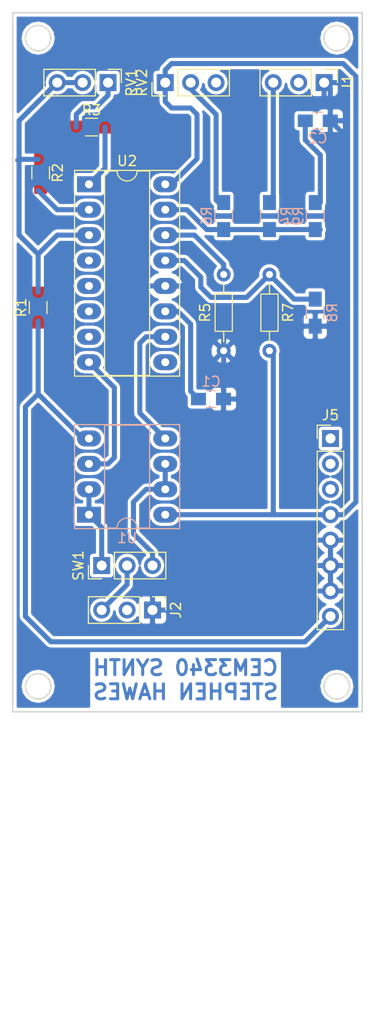
<source format=kicad_pcb>
(kicad_pcb (version 4) (host pcbnew 4.0.7)

  (general
    (links 39)
    (no_connects 6)
    (area 54.534999 32.944999 89.610001 102.945001)
    (thickness 1.6)
    (drawings 9)
    (tracks 118)
    (zones 0)
    (modules 19)
    (nets 20)
  )

  (page A4)
  (layers
    (0 F.Cu signal)
    (31 B.Cu signal)
    (32 B.Adhes user)
    (33 F.Adhes user)
    (34 B.Paste user)
    (35 F.Paste user)
    (36 B.SilkS user)
    (37 F.SilkS user)
    (38 B.Mask user)
    (39 F.Mask user)
    (40 Dwgs.User user)
    (41 Cmts.User user)
    (42 Eco1.User user)
    (43 Eco2.User user)
    (44 Edge.Cuts user)
    (45 Margin user)
    (46 B.CrtYd user)
    (47 F.CrtYd user)
    (48 B.Fab user)
    (49 F.Fab user)
  )

  (setup
    (last_trace_width 0.508)
    (user_trace_width 0.254)
    (user_trace_width 0.508)
    (user_trace_width 1.016)
    (user_trace_width 1.27)
    (trace_clearance 0.2)
    (zone_clearance 0.3175)
    (zone_45_only no)
    (trace_min 0.2)
    (segment_width 0.2)
    (edge_width 0.15)
    (via_size 0.6)
    (via_drill 0.4)
    (via_min_size 0.4)
    (via_min_drill 0.3)
    (uvia_size 0.3)
    (uvia_drill 0.1)
    (uvias_allowed no)
    (uvia_min_size 0.2)
    (uvia_min_drill 0.1)
    (pcb_text_width 0.3)
    (pcb_text_size 1.5 1.5)
    (mod_edge_width 0.15)
    (mod_text_size 1 1)
    (mod_text_width 0.15)
    (pad_size 3.5 3.5)
    (pad_drill 1.016)
    (pad_to_mask_clearance 0.2)
    (aux_axis_origin 0 0)
    (visible_elements FFFFFF7F)
    (pcbplotparams
      (layerselection 0x01000_80000000)
      (usegerberextensions false)
      (excludeedgelayer true)
      (linewidth 0.100000)
      (plotframeref false)
      (viasonmask false)
      (mode 1)
      (useauxorigin false)
      (hpglpennumber 1)
      (hpglpenspeed 20)
      (hpglpendiameter 15)
      (hpglpenoverlay 2)
      (psnegative false)
      (psa4output false)
      (plotreference true)
      (plotvalue true)
      (plotinvisibletext false)
      (padsonsilk false)
      (subtractmaskfromsilk false)
      (outputformat 1)
      (mirror false)
      (drillshape 0)
      (scaleselection 1)
      (outputdirectory v3/))
  )

  (net 0 "")
  (net 1 GND)
  (net 2 "Net-(C1-Pad2)")
  (net 3 "Net-(C2-Pad1)")
  (net 4 "Net-(J1-Pad3)")
  (net 5 "Net-(J2-Pad3)")
  (net 6 +12V)
  (net 7 -12V)
  (net 8 "Net-(R1-Pad1)")
  (net 9 "Net-(R2-Pad1)")
  (net 10 "Net-(R3-Pad1)")
  (net 11 "Net-(R3-Pad2)")
  (net 12 "Net-(R4-Pad1)")
  (net 13 "Net-(R5-Pad2)")
  (net 14 "Net-(R6-Pad1)")
  (net 15 "Net-(R7-Pad1)")
  (net 16 "Net-(SW1-Pad1)")
  (net 17 "Net-(SW1-Pad3)")
  (net 18 "Net-(U1-Pad3)")
  (net 19 "Net-(U1-Pad5)")

  (net_class Default "This is the default net class."
    (clearance 0.2)
    (trace_width 0.25)
    (via_dia 0.6)
    (via_drill 0.4)
    (uvia_dia 0.3)
    (uvia_drill 0.1)
    (add_net +12V)
    (add_net -12V)
    (add_net GND)
    (add_net "Net-(C1-Pad2)")
    (add_net "Net-(C2-Pad1)")
    (add_net "Net-(J1-Pad3)")
    (add_net "Net-(J2-Pad3)")
    (add_net "Net-(R1-Pad1)")
    (add_net "Net-(R2-Pad1)")
    (add_net "Net-(R3-Pad1)")
    (add_net "Net-(R3-Pad2)")
    (add_net "Net-(R4-Pad1)")
    (add_net "Net-(R5-Pad2)")
    (add_net "Net-(R6-Pad1)")
    (add_net "Net-(R7-Pad1)")
    (add_net "Net-(SW1-Pad1)")
    (add_net "Net-(SW1-Pad3)")
    (add_net "Net-(U1-Pad3)")
    (add_net "Net-(U1-Pad5)")
  )

  (module Capacitors_SMD:C_0805_HandSoldering (layer B.Cu) (tedit 5BB25D2A) (tstamp 5BB25B8C)
    (at 74.422 71.628 180)
    (descr "Capacitor SMD 0805, hand soldering")
    (tags "capacitor 0805")
    (path /5BB2539F)
    (attr smd)
    (fp_text reference C1 (at 0 1.75 180) (layer B.SilkS)
      (effects (font (size 1 1) (thickness 0.15)) (justify mirror))
    )
    (fp_text value 1nF (at 0 -1.75 180) (layer B.Fab)
      (effects (font (size 1 1) (thickness 0.15)) (justify mirror))
    )
    (fp_text user %R (at 0 1.75 180) (layer B.Fab)
      (effects (font (size 1 1) (thickness 0.15)) (justify mirror))
    )
    (fp_line (start -1 -0.62) (end -1 0.62) (layer B.Fab) (width 0.1))
    (fp_line (start 1 -0.62) (end -1 -0.62) (layer B.Fab) (width 0.1))
    (fp_line (start 1 0.62) (end 1 -0.62) (layer B.Fab) (width 0.1))
    (fp_line (start -1 0.62) (end 1 0.62) (layer B.Fab) (width 0.1))
    (fp_line (start 0.5 0.85) (end -0.5 0.85) (layer B.SilkS) (width 0.12))
    (fp_line (start -0.5 -0.85) (end 0.5 -0.85) (layer B.SilkS) (width 0.12))
    (fp_line (start -2.25 0.88) (end 2.25 0.88) (layer B.CrtYd) (width 0.05))
    (fp_line (start -2.25 0.88) (end -2.25 -0.87) (layer B.CrtYd) (width 0.05))
    (fp_line (start 2.25 -0.87) (end 2.25 0.88) (layer B.CrtYd) (width 0.05))
    (fp_line (start 2.25 -0.87) (end -2.25 -0.87) (layer B.CrtYd) (width 0.05))
    (pad 1 smd rect (at -1.25 0 180) (size 1.5 1.25) (layers B.Cu B.Paste B.Mask)
      (net 1 GND))
    (pad 2 smd rect (at 1.25 0 180) (size 1.5 1.25) (layers B.Cu B.Paste B.Mask)
      (net 2 "Net-(C1-Pad2)"))
    (model Capacitors_SMD.3dshapes/C_0805.wrl
      (at (xyz 0 0 0))
      (scale (xyz 1 1 1))
      (rotate (xyz 0 0 0))
    )
  )

  (module Capacitors_SMD:C_0805_HandSoldering (layer B.Cu) (tedit 58AA84A8) (tstamp 5BB25B92)
    (at 85.09 43.815)
    (descr "Capacitor SMD 0805, hand soldering")
    (tags "capacitor 0805")
    (path /5BB2571A)
    (attr smd)
    (fp_text reference C2 (at 0 1.75) (layer B.SilkS)
      (effects (font (size 1 1) (thickness 0.15)) (justify mirror))
    )
    (fp_text value 10nF (at 0 -1.75) (layer B.Fab)
      (effects (font (size 1 1) (thickness 0.15)) (justify mirror))
    )
    (fp_text user %R (at 0 1.75) (layer B.Fab)
      (effects (font (size 1 1) (thickness 0.15)) (justify mirror))
    )
    (fp_line (start -1 -0.62) (end -1 0.62) (layer B.Fab) (width 0.1))
    (fp_line (start 1 -0.62) (end -1 -0.62) (layer B.Fab) (width 0.1))
    (fp_line (start 1 0.62) (end 1 -0.62) (layer B.Fab) (width 0.1))
    (fp_line (start -1 0.62) (end 1 0.62) (layer B.Fab) (width 0.1))
    (fp_line (start 0.5 0.85) (end -0.5 0.85) (layer B.SilkS) (width 0.12))
    (fp_line (start -0.5 -0.85) (end 0.5 -0.85) (layer B.SilkS) (width 0.12))
    (fp_line (start -2.25 0.88) (end 2.25 0.88) (layer B.CrtYd) (width 0.05))
    (fp_line (start -2.25 0.88) (end -2.25 -0.87) (layer B.CrtYd) (width 0.05))
    (fp_line (start 2.25 -0.87) (end 2.25 0.88) (layer B.CrtYd) (width 0.05))
    (fp_line (start 2.25 -0.87) (end -2.25 -0.87) (layer B.CrtYd) (width 0.05))
    (pad 1 smd rect (at -1.25 0) (size 1.5 1.25) (layers B.Cu B.Paste B.Mask)
      (net 3 "Net-(C2-Pad1)"))
    (pad 2 smd rect (at 1.25 0) (size 1.5 1.25) (layers B.Cu B.Paste B.Mask)
      (net 1 GND))
    (model Capacitors_SMD.3dshapes/C_0805.wrl
      (at (xyz 0 0 0))
      (scale (xyz 1 1 1))
      (rotate (xyz 0 0 0))
    )
  )

  (module Pin_Headers:Pin_Header_Straight_1x03_Pitch2.54mm (layer F.Cu) (tedit 59650532) (tstamp 5BB25B99)
    (at 85.725 40.005 270)
    (descr "Through hole straight pin header, 1x03, 2.54mm pitch, single row")
    (tags "Through hole pin header THT 1x03 2.54mm single row")
    (path /5BB25456)
    (fp_text reference J1 (at 0 -2.33 270) (layer F.SilkS)
      (effects (font (size 1 1) (thickness 0.15)))
    )
    (fp_text value CVJACK (at 0 7.41 270) (layer F.Fab)
      (effects (font (size 1 1) (thickness 0.15)))
    )
    (fp_line (start -0.635 -1.27) (end 1.27 -1.27) (layer F.Fab) (width 0.1))
    (fp_line (start 1.27 -1.27) (end 1.27 6.35) (layer F.Fab) (width 0.1))
    (fp_line (start 1.27 6.35) (end -1.27 6.35) (layer F.Fab) (width 0.1))
    (fp_line (start -1.27 6.35) (end -1.27 -0.635) (layer F.Fab) (width 0.1))
    (fp_line (start -1.27 -0.635) (end -0.635 -1.27) (layer F.Fab) (width 0.1))
    (fp_line (start -1.33 6.41) (end 1.33 6.41) (layer F.SilkS) (width 0.12))
    (fp_line (start -1.33 1.27) (end -1.33 6.41) (layer F.SilkS) (width 0.12))
    (fp_line (start 1.33 1.27) (end 1.33 6.41) (layer F.SilkS) (width 0.12))
    (fp_line (start -1.33 1.27) (end 1.33 1.27) (layer F.SilkS) (width 0.12))
    (fp_line (start -1.33 0) (end -1.33 -1.33) (layer F.SilkS) (width 0.12))
    (fp_line (start -1.33 -1.33) (end 0 -1.33) (layer F.SilkS) (width 0.12))
    (fp_line (start -1.8 -1.8) (end -1.8 6.85) (layer F.CrtYd) (width 0.05))
    (fp_line (start -1.8 6.85) (end 1.8 6.85) (layer F.CrtYd) (width 0.05))
    (fp_line (start 1.8 6.85) (end 1.8 -1.8) (layer F.CrtYd) (width 0.05))
    (fp_line (start 1.8 -1.8) (end -1.8 -1.8) (layer F.CrtYd) (width 0.05))
    (fp_text user %R (at 0 2.54 360) (layer F.Fab)
      (effects (font (size 1 1) (thickness 0.15)))
    )
    (pad 1 thru_hole rect (at 0 0 270) (size 1.7 1.7) (drill 1) (layers *.Cu *.Mask)
      (net 1 GND))
    (pad 2 thru_hole oval (at 0 2.54 270) (size 1.7 1.7) (drill 1) (layers *.Cu *.Mask))
    (pad 3 thru_hole oval (at 0 5.08 270) (size 1.7 1.7) (drill 1) (layers *.Cu *.Mask)
      (net 4 "Net-(J1-Pad3)"))
    (model ${KISYS3DMOD}/Pin_Headers.3dshapes/Pin_Header_Straight_1x03_Pitch2.54mm.wrl
      (at (xyz 0 0 0))
      (scale (xyz 1 1 1))
      (rotate (xyz 0 0 0))
    )
  )

  (module Pin_Headers:Pin_Header_Straight_1x03_Pitch2.54mm (layer F.Cu) (tedit 59650532) (tstamp 5BB25BA0)
    (at 68.58 92.71 270)
    (descr "Through hole straight pin header, 1x03, 2.54mm pitch, single row")
    (tags "Through hole pin header THT 1x03 2.54mm single row")
    (path /5BB24C7B)
    (fp_text reference J2 (at 0 -2.33 270) (layer F.SilkS)
      (effects (font (size 1 1) (thickness 0.15)))
    )
    (fp_text value OUT (at 0 7.41 270) (layer F.Fab)
      (effects (font (size 1 1) (thickness 0.15)))
    )
    (fp_line (start -0.635 -1.27) (end 1.27 -1.27) (layer F.Fab) (width 0.1))
    (fp_line (start 1.27 -1.27) (end 1.27 6.35) (layer F.Fab) (width 0.1))
    (fp_line (start 1.27 6.35) (end -1.27 6.35) (layer F.Fab) (width 0.1))
    (fp_line (start -1.27 6.35) (end -1.27 -0.635) (layer F.Fab) (width 0.1))
    (fp_line (start -1.27 -0.635) (end -0.635 -1.27) (layer F.Fab) (width 0.1))
    (fp_line (start -1.33 6.41) (end 1.33 6.41) (layer F.SilkS) (width 0.12))
    (fp_line (start -1.33 1.27) (end -1.33 6.41) (layer F.SilkS) (width 0.12))
    (fp_line (start 1.33 1.27) (end 1.33 6.41) (layer F.SilkS) (width 0.12))
    (fp_line (start -1.33 1.27) (end 1.33 1.27) (layer F.SilkS) (width 0.12))
    (fp_line (start -1.33 0) (end -1.33 -1.33) (layer F.SilkS) (width 0.12))
    (fp_line (start -1.33 -1.33) (end 0 -1.33) (layer F.SilkS) (width 0.12))
    (fp_line (start -1.8 -1.8) (end -1.8 6.85) (layer F.CrtYd) (width 0.05))
    (fp_line (start -1.8 6.85) (end 1.8 6.85) (layer F.CrtYd) (width 0.05))
    (fp_line (start 1.8 6.85) (end 1.8 -1.8) (layer F.CrtYd) (width 0.05))
    (fp_line (start 1.8 -1.8) (end -1.8 -1.8) (layer F.CrtYd) (width 0.05))
    (fp_text user %R (at 0 2.54 360) (layer F.Fab)
      (effects (font (size 1 1) (thickness 0.15)))
    )
    (pad 1 thru_hole rect (at 0 0 270) (size 1.7 1.7) (drill 1) (layers *.Cu *.Mask)
      (net 1 GND))
    (pad 2 thru_hole oval (at 0 2.54 270) (size 1.7 1.7) (drill 1) (layers *.Cu *.Mask))
    (pad 3 thru_hole oval (at 0 5.08 270) (size 1.7 1.7) (drill 1) (layers *.Cu *.Mask)
      (net 5 "Net-(J2-Pad3)"))
    (model ${KISYS3DMOD}/Pin_Headers.3dshapes/Pin_Header_Straight_1x03_Pitch2.54mm.wrl
      (at (xyz 0 0 0))
      (scale (xyz 1 1 1))
      (rotate (xyz 0 0 0))
    )
  )

  (module Pin_Headers:Pin_Header_Straight_1x03_Pitch2.54mm (layer F.Cu) (tedit 59650532) (tstamp 5BB25BEB)
    (at 69.85 40.005 90)
    (descr "Through hole straight pin header, 1x03, 2.54mm pitch, single row")
    (tags "Through hole pin header THT 1x03 2.54mm single row")
    (path /5BB24D86)
    (fp_text reference RV2 (at 0 -2.33 90) (layer F.SilkS)
      (effects (font (size 1 1) (thickness 0.15)))
    )
    (fp_text value COARSE (at 0 7.41 90) (layer F.Fab)
      (effects (font (size 1 1) (thickness 0.15)))
    )
    (fp_line (start -0.635 -1.27) (end 1.27 -1.27) (layer F.Fab) (width 0.1))
    (fp_line (start 1.27 -1.27) (end 1.27 6.35) (layer F.Fab) (width 0.1))
    (fp_line (start 1.27 6.35) (end -1.27 6.35) (layer F.Fab) (width 0.1))
    (fp_line (start -1.27 6.35) (end -1.27 -0.635) (layer F.Fab) (width 0.1))
    (fp_line (start -1.27 -0.635) (end -0.635 -1.27) (layer F.Fab) (width 0.1))
    (fp_line (start -1.33 6.41) (end 1.33 6.41) (layer F.SilkS) (width 0.12))
    (fp_line (start -1.33 1.27) (end -1.33 6.41) (layer F.SilkS) (width 0.12))
    (fp_line (start 1.33 1.27) (end 1.33 6.41) (layer F.SilkS) (width 0.12))
    (fp_line (start -1.33 1.27) (end 1.33 1.27) (layer F.SilkS) (width 0.12))
    (fp_line (start -1.33 0) (end -1.33 -1.33) (layer F.SilkS) (width 0.12))
    (fp_line (start -1.33 -1.33) (end 0 -1.33) (layer F.SilkS) (width 0.12))
    (fp_line (start -1.8 -1.8) (end -1.8 6.85) (layer F.CrtYd) (width 0.05))
    (fp_line (start -1.8 6.85) (end 1.8 6.85) (layer F.CrtYd) (width 0.05))
    (fp_line (start 1.8 6.85) (end 1.8 -1.8) (layer F.CrtYd) (width 0.05))
    (fp_line (start 1.8 -1.8) (end -1.8 -1.8) (layer F.CrtYd) (width 0.05))
    (fp_text user %R (at 0 2.54 180) (layer F.Fab)
      (effects (font (size 1 1) (thickness 0.15)))
    )
    (pad 1 thru_hole rect (at 0 0 90) (size 1.7 1.7) (drill 1) (layers *.Cu *.Mask)
      (net 6 +12V))
    (pad 2 thru_hole oval (at 0 2.54 90) (size 1.7 1.7) (drill 1) (layers *.Cu *.Mask)
      (net 14 "Net-(R6-Pad1)"))
    (pad 3 thru_hole oval (at 0 5.08 90) (size 1.7 1.7) (drill 1) (layers *.Cu *.Mask))
    (model ${KISYS3DMOD}/Pin_Headers.3dshapes/Pin_Header_Straight_1x03_Pitch2.54mm.wrl
      (at (xyz 0 0 0))
      (scale (xyz 1 1 1))
      (rotate (xyz 0 0 0))
    )
  )

  (module Pin_Headers:Pin_Header_Straight_1x03_Pitch2.54mm (layer F.Cu) (tedit 5BB3BC31) (tstamp 5BB25BF2)
    (at 63.5 88.265 90)
    (descr "Through hole straight pin header, 1x03, 2.54mm pitch, single row")
    (tags "Through hole pin header THT 1x03 2.54mm single row")
    (path /5BB25869)
    (fp_text reference SW1 (at 0 -2.33 90) (layer F.SilkS)
      (effects (font (size 1 1) (thickness 0.15)))
    )
    (fp_text value SW_DPDT_x2 (at 0 7.41 90) (layer F.Fab)
      (effects (font (size 1 1) (thickness 0.15)))
    )
    (fp_line (start -0.635 -1.27) (end 1.27 -1.27) (layer F.Fab) (width 0.1))
    (fp_line (start 1.27 -1.27) (end 1.27 6.35) (layer F.Fab) (width 0.1))
    (fp_line (start 1.27 6.35) (end -1.27 6.35) (layer F.Fab) (width 0.1))
    (fp_line (start -1.27 6.35) (end -1.27 -0.635) (layer F.Fab) (width 0.1))
    (fp_line (start -1.27 -0.635) (end -0.635 -1.27) (layer F.Fab) (width 0.1))
    (fp_line (start -1.33 6.41) (end 1.33 6.41) (layer F.SilkS) (width 0.12))
    (fp_line (start -1.33 1.27) (end -1.33 6.41) (layer F.SilkS) (width 0.12))
    (fp_line (start 1.33 1.27) (end 1.33 6.41) (layer F.SilkS) (width 0.12))
    (fp_line (start -1.33 1.27) (end 1.33 1.27) (layer F.SilkS) (width 0.12))
    (fp_line (start -1.33 0) (end -1.33 -1.33) (layer F.SilkS) (width 0.12))
    (fp_line (start -1.33 -1.33) (end 0 -1.33) (layer F.SilkS) (width 0.12))
    (fp_line (start -1.8 -1.8) (end -1.8 6.85) (layer F.CrtYd) (width 0.05))
    (fp_line (start -1.8 6.85) (end 1.8 6.85) (layer F.CrtYd) (width 0.05))
    (fp_line (start 1.8 6.85) (end 1.8 -1.8) (layer F.CrtYd) (width 0.05))
    (fp_line (start 1.8 -1.8) (end -1.8 -1.8) (layer F.CrtYd) (width 0.05))
    (fp_text user %R (at 0 2.54 180) (layer F.Fab)
      (effects (font (size 1 1) (thickness 0.15)))
    )
    (pad 1 thru_hole rect (at 0 0 90) (size 1.7 1.7) (drill 1) (layers *.Cu *.Mask)
      (net 16 "Net-(SW1-Pad1)"))
    (pad 2 thru_hole oval (at 0 2.54 90) (size 1.7 1.7) (drill 1) (layers *.Cu *.Mask)
      (net 5 "Net-(J2-Pad3)"))
    (pad 3 thru_hole oval (at 0 5.08 90) (size 1.7 1.7) (drill 1) (layers *.Cu *.Mask)
      (net 17 "Net-(SW1-Pad3)"))
    (model ${KISYS3DMOD}/Pin_Headers.3dshapes/Pin_Header_Straight_1x03_Pitch2.54mm.wrl
      (at (xyz 0 0 0))
      (scale (xyz 1 1 1))
      (rotate (xyz 0 0 0))
    )
  )

  (module Pin_Headers:Pin_Header_Straight_1x03_Pitch2.54mm (layer F.Cu) (tedit 59650532) (tstamp 5BB2610D)
    (at 64.135 40.005 270)
    (descr "Through hole straight pin header, 1x03, 2.54mm pitch, single row")
    (tags "Through hole pin header THT 1x03 2.54mm single row")
    (path /5BB24D38)
    (fp_text reference RV1 (at 0 -2.33 270) (layer F.SilkS)
      (effects (font (size 1 1) (thickness 0.15)))
    )
    (fp_text value TRIM (at 0 7.41 270) (layer F.Fab)
      (effects (font (size 1 1) (thickness 0.15)))
    )
    (fp_line (start -0.635 -1.27) (end 1.27 -1.27) (layer F.Fab) (width 0.1))
    (fp_line (start 1.27 -1.27) (end 1.27 6.35) (layer F.Fab) (width 0.1))
    (fp_line (start 1.27 6.35) (end -1.27 6.35) (layer F.Fab) (width 0.1))
    (fp_line (start -1.27 6.35) (end -1.27 -0.635) (layer F.Fab) (width 0.1))
    (fp_line (start -1.27 -0.635) (end -0.635 -1.27) (layer F.Fab) (width 0.1))
    (fp_line (start -1.33 6.41) (end 1.33 6.41) (layer F.SilkS) (width 0.12))
    (fp_line (start -1.33 1.27) (end -1.33 6.41) (layer F.SilkS) (width 0.12))
    (fp_line (start 1.33 1.27) (end 1.33 6.41) (layer F.SilkS) (width 0.12))
    (fp_line (start -1.33 1.27) (end 1.33 1.27) (layer F.SilkS) (width 0.12))
    (fp_line (start -1.33 0) (end -1.33 -1.33) (layer F.SilkS) (width 0.12))
    (fp_line (start -1.33 -1.33) (end 0 -1.33) (layer F.SilkS) (width 0.12))
    (fp_line (start -1.8 -1.8) (end -1.8 6.85) (layer F.CrtYd) (width 0.05))
    (fp_line (start -1.8 6.85) (end 1.8 6.85) (layer F.CrtYd) (width 0.05))
    (fp_line (start 1.8 6.85) (end 1.8 -1.8) (layer F.CrtYd) (width 0.05))
    (fp_line (start 1.8 -1.8) (end -1.8 -1.8) (layer F.CrtYd) (width 0.05))
    (fp_text user %R (at 0 2.54 360) (layer F.Fab)
      (effects (font (size 1 1) (thickness 0.15)))
    )
    (pad 1 thru_hole rect (at 0 0 270) (size 1.7 1.7) (drill 1) (layers *.Cu *.Mask)
      (net 10 "Net-(R3-Pad1)"))
    (pad 2 thru_hole oval (at 0 2.54 270) (size 1.7 1.7) (drill 1) (layers *.Cu *.Mask)
      (net 8 "Net-(R1-Pad1)"))
    (pad 3 thru_hole oval (at 0 5.08 270) (size 1.7 1.7) (drill 1) (layers *.Cu *.Mask)
      (net 8 "Net-(R1-Pad1)"))
    (model ${KISYS3DMOD}/Pin_Headers.3dshapes/Pin_Header_Straight_1x03_Pitch2.54mm.wrl
      (at (xyz 0 0 0))
      (scale (xyz 1 1 1))
      (rotate (xyz 0 0 0))
    )
  )

  (module Housings_DIP:DIP-8_W7.62mm_Socket_LongPads (layer B.Cu) (tedit 59C78D6B) (tstamp 5BB2B5AE)
    (at 62.23 83.185)
    (descr "8-lead though-hole mounted DIP package, row spacing 7.62 mm (300 mils), Socket, LongPads")
    (tags "THT DIP DIL PDIP 2.54mm 7.62mm 300mil Socket LongPads")
    (path /5BB24997)
    (fp_text reference U1 (at 3.81 2.33) (layer B.SilkS)
      (effects (font (size 1 1) (thickness 0.15)) (justify mirror))
    )
    (fp_text value TL072 (at 3.81 -9.95) (layer B.Fab)
      (effects (font (size 1 1) (thickness 0.15)) (justify mirror))
    )
    (fp_arc (start 3.81 1.33) (end 2.81 1.33) (angle 180) (layer B.SilkS) (width 0.12))
    (fp_line (start 1.635 1.27) (end 6.985 1.27) (layer B.Fab) (width 0.1))
    (fp_line (start 6.985 1.27) (end 6.985 -8.89) (layer B.Fab) (width 0.1))
    (fp_line (start 6.985 -8.89) (end 0.635 -8.89) (layer B.Fab) (width 0.1))
    (fp_line (start 0.635 -8.89) (end 0.635 0.27) (layer B.Fab) (width 0.1))
    (fp_line (start 0.635 0.27) (end 1.635 1.27) (layer B.Fab) (width 0.1))
    (fp_line (start -1.27 1.33) (end -1.27 -8.95) (layer B.Fab) (width 0.1))
    (fp_line (start -1.27 -8.95) (end 8.89 -8.95) (layer B.Fab) (width 0.1))
    (fp_line (start 8.89 -8.95) (end 8.89 1.33) (layer B.Fab) (width 0.1))
    (fp_line (start 8.89 1.33) (end -1.27 1.33) (layer B.Fab) (width 0.1))
    (fp_line (start 2.81 1.33) (end 1.56 1.33) (layer B.SilkS) (width 0.12))
    (fp_line (start 1.56 1.33) (end 1.56 -8.95) (layer B.SilkS) (width 0.12))
    (fp_line (start 1.56 -8.95) (end 6.06 -8.95) (layer B.SilkS) (width 0.12))
    (fp_line (start 6.06 -8.95) (end 6.06 1.33) (layer B.SilkS) (width 0.12))
    (fp_line (start 6.06 1.33) (end 4.81 1.33) (layer B.SilkS) (width 0.12))
    (fp_line (start -1.44 1.39) (end -1.44 -9.01) (layer B.SilkS) (width 0.12))
    (fp_line (start -1.44 -9.01) (end 9.06 -9.01) (layer B.SilkS) (width 0.12))
    (fp_line (start 9.06 -9.01) (end 9.06 1.39) (layer B.SilkS) (width 0.12))
    (fp_line (start 9.06 1.39) (end -1.44 1.39) (layer B.SilkS) (width 0.12))
    (fp_line (start -1.55 1.6) (end -1.55 -9.2) (layer B.CrtYd) (width 0.05))
    (fp_line (start -1.55 -9.2) (end 9.15 -9.2) (layer B.CrtYd) (width 0.05))
    (fp_line (start 9.15 -9.2) (end 9.15 1.6) (layer B.CrtYd) (width 0.05))
    (fp_line (start 9.15 1.6) (end -1.55 1.6) (layer B.CrtYd) (width 0.05))
    (fp_text user %R (at 3.81 -3.81) (layer B.Fab)
      (effects (font (size 1 1) (thickness 0.15)) (justify mirror))
    )
    (pad 1 thru_hole rect (at 0 0) (size 2.4 1.6) (drill 0.8) (layers *.Cu *.Mask)
      (net 16 "Net-(SW1-Pad1)"))
    (pad 5 thru_hole oval (at 7.62 -7.62) (size 2.4 1.6) (drill 0.8) (layers *.Cu *.Mask)
      (net 19 "Net-(U1-Pad5)"))
    (pad 2 thru_hole oval (at 0 -2.54) (size 2.4 1.6) (drill 0.8) (layers *.Cu *.Mask)
      (net 16 "Net-(SW1-Pad1)"))
    (pad 6 thru_hole oval (at 7.62 -5.08) (size 2.4 1.6) (drill 0.8) (layers *.Cu *.Mask)
      (net 17 "Net-(SW1-Pad3)"))
    (pad 3 thru_hole oval (at 0 -5.08) (size 2.4 1.6) (drill 0.8) (layers *.Cu *.Mask)
      (net 18 "Net-(U1-Pad3)"))
    (pad 7 thru_hole oval (at 7.62 -2.54) (size 2.4 1.6) (drill 0.8) (layers *.Cu *.Mask)
      (net 17 "Net-(SW1-Pad3)"))
    (pad 4 thru_hole oval (at 0 -7.62) (size 2.4 1.6) (drill 0.8) (layers *.Cu *.Mask)
      (net 7 -12V))
    (pad 8 thru_hole oval (at 7.62 0) (size 2.4 1.6) (drill 0.8) (layers *.Cu *.Mask)
      (net 6 +12V))
    (model ${KISYS3DMOD}/Housings_DIP.3dshapes/DIP-8_W7.62mm_Socket.wrl
      (at (xyz 0 0 0))
      (scale (xyz 1 1 1))
      (rotate (xyz 0 0 0))
    )
  )

  (module Housings_DIP:DIP-16_W7.62mm_Socket_LongPads (layer F.Cu) (tedit 59C78D6B) (tstamp 5BB2C2E2)
    (at 62.23 50.165)
    (descr "16-lead though-hole mounted DIP package, row spacing 7.62 mm (300 mils), Socket, LongPads")
    (tags "THT DIP DIL PDIP 2.54mm 7.62mm 300mil Socket LongPads")
    (path /5BB2496C)
    (fp_text reference U2 (at 3.81 -2.33) (layer F.SilkS)
      (effects (font (size 1 1) (thickness 0.15)))
    )
    (fp_text value CEM3340 (at 3.81 20.11) (layer F.Fab)
      (effects (font (size 1 1) (thickness 0.15)))
    )
    (fp_arc (start 3.81 -1.33) (end 2.81 -1.33) (angle -180) (layer F.SilkS) (width 0.12))
    (fp_line (start 1.635 -1.27) (end 6.985 -1.27) (layer F.Fab) (width 0.1))
    (fp_line (start 6.985 -1.27) (end 6.985 19.05) (layer F.Fab) (width 0.1))
    (fp_line (start 6.985 19.05) (end 0.635 19.05) (layer F.Fab) (width 0.1))
    (fp_line (start 0.635 19.05) (end 0.635 -0.27) (layer F.Fab) (width 0.1))
    (fp_line (start 0.635 -0.27) (end 1.635 -1.27) (layer F.Fab) (width 0.1))
    (fp_line (start -1.27 -1.33) (end -1.27 19.11) (layer F.Fab) (width 0.1))
    (fp_line (start -1.27 19.11) (end 8.89 19.11) (layer F.Fab) (width 0.1))
    (fp_line (start 8.89 19.11) (end 8.89 -1.33) (layer F.Fab) (width 0.1))
    (fp_line (start 8.89 -1.33) (end -1.27 -1.33) (layer F.Fab) (width 0.1))
    (fp_line (start 2.81 -1.33) (end 1.56 -1.33) (layer F.SilkS) (width 0.12))
    (fp_line (start 1.56 -1.33) (end 1.56 19.11) (layer F.SilkS) (width 0.12))
    (fp_line (start 1.56 19.11) (end 6.06 19.11) (layer F.SilkS) (width 0.12))
    (fp_line (start 6.06 19.11) (end 6.06 -1.33) (layer F.SilkS) (width 0.12))
    (fp_line (start 6.06 -1.33) (end 4.81 -1.33) (layer F.SilkS) (width 0.12))
    (fp_line (start -1.44 -1.39) (end -1.44 19.17) (layer F.SilkS) (width 0.12))
    (fp_line (start -1.44 19.17) (end 9.06 19.17) (layer F.SilkS) (width 0.12))
    (fp_line (start 9.06 19.17) (end 9.06 -1.39) (layer F.SilkS) (width 0.12))
    (fp_line (start 9.06 -1.39) (end -1.44 -1.39) (layer F.SilkS) (width 0.12))
    (fp_line (start -1.55 -1.6) (end -1.55 19.4) (layer F.CrtYd) (width 0.05))
    (fp_line (start -1.55 19.4) (end 9.15 19.4) (layer F.CrtYd) (width 0.05))
    (fp_line (start 9.15 19.4) (end 9.15 -1.6) (layer F.CrtYd) (width 0.05))
    (fp_line (start 9.15 -1.6) (end -1.55 -1.6) (layer F.CrtYd) (width 0.05))
    (fp_text user %R (at 3.81 8.89) (layer F.Fab)
      (effects (font (size 1 1) (thickness 0.15)))
    )
    (pad 1 thru_hole rect (at 0 0) (size 2.4 1.6) (drill 0.8) (layers *.Cu *.Mask)
      (net 11 "Net-(R3-Pad2)"))
    (pad 9 thru_hole oval (at 7.62 17.78) (size 2.4 1.6) (drill 0.8) (layers *.Cu *.Mask))
    (pad 2 thru_hole oval (at 0 2.54) (size 2.4 1.6) (drill 0.8) (layers *.Cu *.Mask)
      (net 9 "Net-(R2-Pad1)"))
    (pad 10 thru_hole oval (at 7.62 15.24) (size 2.4 1.6) (drill 0.8) (layers *.Cu *.Mask)
      (net 19 "Net-(U1-Pad5)"))
    (pad 3 thru_hole oval (at 0 5.08) (size 2.4 1.6) (drill 0.8) (layers *.Cu *.Mask)
      (net 8 "Net-(R1-Pad1)"))
    (pad 11 thru_hole oval (at 7.62 12.7) (size 2.4 1.6) (drill 0.8) (layers *.Cu *.Mask)
      (net 2 "Net-(C1-Pad2)"))
    (pad 4 thru_hole oval (at 0 7.62) (size 2.4 1.6) (drill 0.8) (layers *.Cu *.Mask))
    (pad 12 thru_hole oval (at 7.62 10.16) (size 2.4 1.6) (drill 0.8) (layers *.Cu *.Mask)
      (net 1 GND))
    (pad 5 thru_hole oval (at 0 10.16) (size 2.4 1.6) (drill 0.8) (layers *.Cu *.Mask))
    (pad 13 thru_hole oval (at 7.62 7.62) (size 2.4 1.6) (drill 0.8) (layers *.Cu *.Mask)
      (net 15 "Net-(R7-Pad1)"))
    (pad 6 thru_hole oval (at 0 12.7) (size 2.4 1.6) (drill 0.8) (layers *.Cu *.Mask))
    (pad 14 thru_hole oval (at 7.62 5.08) (size 2.4 1.6) (drill 0.8) (layers *.Cu *.Mask)
      (net 13 "Net-(R5-Pad2)"))
    (pad 7 thru_hole oval (at 0 15.24) (size 2.4 1.6) (drill 0.8) (layers *.Cu *.Mask))
    (pad 15 thru_hole oval (at 7.62 2.54) (size 2.4 1.6) (drill 0.8) (layers *.Cu *.Mask)
      (net 12 "Net-(R4-Pad1)"))
    (pad 8 thru_hole oval (at 0 17.78) (size 2.4 1.6) (drill 0.8) (layers *.Cu *.Mask)
      (net 18 "Net-(U1-Pad3)"))
    (pad 16 thru_hole oval (at 7.62 0) (size 2.4 1.6) (drill 0.8) (layers *.Cu *.Mask)
      (net 6 +12V))
    (model ${KISYS3DMOD}/Housings_DIP.3dshapes/DIP-16_W7.62mm_Socket.wrl
      (at (xyz 0 0 0))
      (scale (xyz 1 1 1))
      (rotate (xyz 0 0 0))
    )
  )

  (module Pin_Headers:Pin_Header_Straight_1x08_Pitch2.54mm (layer F.Cu) (tedit 59650532) (tstamp 5BB3BE34)
    (at 86.36 75.565)
    (descr "Through hole straight pin header, 1x08, 2.54mm pitch, single row")
    (tags "Through hole pin header THT 1x08 2.54mm single row")
    (path /5BB3BE19)
    (fp_text reference J5 (at 0 -2.33) (layer F.SilkS)
      (effects (font (size 1 1) (thickness 0.15)))
    )
    (fp_text value Conn_01x08 (at 0 20.11) (layer F.Fab)
      (effects (font (size 1 1) (thickness 0.15)))
    )
    (fp_line (start -0.635 -1.27) (end 1.27 -1.27) (layer F.Fab) (width 0.1))
    (fp_line (start 1.27 -1.27) (end 1.27 19.05) (layer F.Fab) (width 0.1))
    (fp_line (start 1.27 19.05) (end -1.27 19.05) (layer F.Fab) (width 0.1))
    (fp_line (start -1.27 19.05) (end -1.27 -0.635) (layer F.Fab) (width 0.1))
    (fp_line (start -1.27 -0.635) (end -0.635 -1.27) (layer F.Fab) (width 0.1))
    (fp_line (start -1.33 19.11) (end 1.33 19.11) (layer F.SilkS) (width 0.12))
    (fp_line (start -1.33 1.27) (end -1.33 19.11) (layer F.SilkS) (width 0.12))
    (fp_line (start 1.33 1.27) (end 1.33 19.11) (layer F.SilkS) (width 0.12))
    (fp_line (start -1.33 1.27) (end 1.33 1.27) (layer F.SilkS) (width 0.12))
    (fp_line (start -1.33 0) (end -1.33 -1.33) (layer F.SilkS) (width 0.12))
    (fp_line (start -1.33 -1.33) (end 0 -1.33) (layer F.SilkS) (width 0.12))
    (fp_line (start -1.8 -1.8) (end -1.8 19.55) (layer F.CrtYd) (width 0.05))
    (fp_line (start -1.8 19.55) (end 1.8 19.55) (layer F.CrtYd) (width 0.05))
    (fp_line (start 1.8 19.55) (end 1.8 -1.8) (layer F.CrtYd) (width 0.05))
    (fp_line (start 1.8 -1.8) (end -1.8 -1.8) (layer F.CrtYd) (width 0.05))
    (fp_text user %R (at 0 8.89 90) (layer F.Fab)
      (effects (font (size 1 1) (thickness 0.15)))
    )
    (pad 1 thru_hole rect (at 0 0) (size 1.7 1.7) (drill 1) (layers *.Cu *.Mask))
    (pad 2 thru_hole oval (at 0 2.54) (size 1.7 1.7) (drill 1) (layers *.Cu *.Mask))
    (pad 3 thru_hole oval (at 0 5.08) (size 1.7 1.7) (drill 1) (layers *.Cu *.Mask))
    (pad 4 thru_hole oval (at 0 7.62) (size 1.7 1.7) (drill 1) (layers *.Cu *.Mask)
      (net 6 +12V))
    (pad 5 thru_hole oval (at 0 10.16) (size 1.7 1.7) (drill 1) (layers *.Cu *.Mask)
      (net 1 GND))
    (pad 6 thru_hole oval (at 0 12.7) (size 1.7 1.7) (drill 1) (layers *.Cu *.Mask)
      (net 1 GND))
    (pad 7 thru_hole oval (at 0 15.24) (size 1.7 1.7) (drill 1) (layers *.Cu *.Mask)
      (net 1 GND))
    (pad 8 thru_hole oval (at 0 17.78) (size 1.7 1.7) (drill 1) (layers *.Cu *.Mask)
      (net 7 -12V))
    (model ${KISYS3DMOD}/Pin_Headers.3dshapes/Pin_Header_Straight_1x08_Pitch2.54mm.wrl
      (at (xyz 0 0 0))
      (scale (xyz 1 1 1))
      (rotate (xyz 0 0 0))
    )
  )

  (module Resistors_SMD:R_0805_HandSoldering (layer F.Cu) (tedit 58E0A804) (tstamp 5BB9074D)
    (at 57.15 62.484 90)
    (descr "Resistor SMD 0805, hand soldering")
    (tags "resistor 0805")
    (path /5BB25CC0)
    (attr smd)
    (fp_text reference R1 (at 0 -1.7 90) (layer F.SilkS)
      (effects (font (size 1 1) (thickness 0.15)))
    )
    (fp_text value 620 (at 0 1.75 90) (layer F.Fab)
      (effects (font (size 1 1) (thickness 0.15)))
    )
    (fp_text user %R (at 0 0 90) (layer F.Fab)
      (effects (font (size 0.5 0.5) (thickness 0.075)))
    )
    (fp_line (start -1 0.62) (end -1 -0.62) (layer F.Fab) (width 0.1))
    (fp_line (start 1 0.62) (end -1 0.62) (layer F.Fab) (width 0.1))
    (fp_line (start 1 -0.62) (end 1 0.62) (layer F.Fab) (width 0.1))
    (fp_line (start -1 -0.62) (end 1 -0.62) (layer F.Fab) (width 0.1))
    (fp_line (start 0.6 0.88) (end -0.6 0.88) (layer F.SilkS) (width 0.12))
    (fp_line (start -0.6 -0.88) (end 0.6 -0.88) (layer F.SilkS) (width 0.12))
    (fp_line (start -2.35 -0.9) (end 2.35 -0.9) (layer F.CrtYd) (width 0.05))
    (fp_line (start -2.35 -0.9) (end -2.35 0.9) (layer F.CrtYd) (width 0.05))
    (fp_line (start 2.35 0.9) (end 2.35 -0.9) (layer F.CrtYd) (width 0.05))
    (fp_line (start 2.35 0.9) (end -2.35 0.9) (layer F.CrtYd) (width 0.05))
    (pad 1 smd rect (at -1.35 0 90) (size 1.5 1.3) (layers F.Cu F.Paste F.Mask)
      (net 8 "Net-(R1-Pad1)"))
    (pad 2 smd rect (at 1.35 0 90) (size 1.5 1.3) (layers F.Cu F.Paste F.Mask)
      (net 7 -12V))
    (model ${KISYS3DMOD}/Resistors_SMD.3dshapes/R_0805.wrl
      (at (xyz 0 0 0))
      (scale (xyz 1 1 1))
      (rotate (xyz 0 0 0))
    )
  )

  (module Resistors_SMD:R_0805_HandSoldering (layer F.Cu) (tedit 58E0A804) (tstamp 5BB90752)
    (at 57.404 49.022 270)
    (descr "Resistor SMD 0805, hand soldering")
    (tags "resistor 0805")
    (path /5BB24CA2)
    (attr smd)
    (fp_text reference R2 (at 0 -1.7 270) (layer F.SilkS)
      (effects (font (size 1 1) (thickness 0.15)))
    )
    (fp_text value 5.6K (at 0 1.75 270) (layer F.Fab)
      (effects (font (size 1 1) (thickness 0.15)))
    )
    (fp_text user %R (at 0 0 270) (layer F.Fab)
      (effects (font (size 0.5 0.5) (thickness 0.075)))
    )
    (fp_line (start -1 0.62) (end -1 -0.62) (layer F.Fab) (width 0.1))
    (fp_line (start 1 0.62) (end -1 0.62) (layer F.Fab) (width 0.1))
    (fp_line (start 1 -0.62) (end 1 0.62) (layer F.Fab) (width 0.1))
    (fp_line (start -1 -0.62) (end 1 -0.62) (layer F.Fab) (width 0.1))
    (fp_line (start 0.6 0.88) (end -0.6 0.88) (layer F.SilkS) (width 0.12))
    (fp_line (start -0.6 -0.88) (end 0.6 -0.88) (layer F.SilkS) (width 0.12))
    (fp_line (start -2.35 -0.9) (end 2.35 -0.9) (layer F.CrtYd) (width 0.05))
    (fp_line (start -2.35 -0.9) (end -2.35 0.9) (layer F.CrtYd) (width 0.05))
    (fp_line (start 2.35 0.9) (end 2.35 -0.9) (layer F.CrtYd) (width 0.05))
    (fp_line (start 2.35 0.9) (end -2.35 0.9) (layer F.CrtYd) (width 0.05))
    (pad 1 smd rect (at -1.35 0 270) (size 1.5 1.3) (layers F.Cu F.Paste F.Mask)
      (net 9 "Net-(R2-Pad1)"))
    (pad 2 smd rect (at 1.35 0 270) (size 1.5 1.3) (layers F.Cu F.Paste F.Mask)
      (net 8 "Net-(R1-Pad1)"))
    (model ${KISYS3DMOD}/Resistors_SMD.3dshapes/R_0805.wrl
      (at (xyz 0 0 0))
      (scale (xyz 1 1 1))
      (rotate (xyz 0 0 0))
    )
  )

  (module Resistors_SMD:R_0805_HandSoldering (layer F.Cu) (tedit 58E0A804) (tstamp 5BB90757)
    (at 62.484 44.45)
    (descr "Resistor SMD 0805, hand soldering")
    (tags "resistor 0805")
    (path /5BB24E31)
    (attr smd)
    (fp_text reference R3 (at 0 -1.7) (layer F.SilkS)
      (effects (font (size 1 1) (thickness 0.15)))
    )
    (fp_text value 24K (at 0 1.75) (layer F.Fab)
      (effects (font (size 1 1) (thickness 0.15)))
    )
    (fp_text user %R (at 0 0) (layer F.Fab)
      (effects (font (size 0.5 0.5) (thickness 0.075)))
    )
    (fp_line (start -1 0.62) (end -1 -0.62) (layer F.Fab) (width 0.1))
    (fp_line (start 1 0.62) (end -1 0.62) (layer F.Fab) (width 0.1))
    (fp_line (start 1 -0.62) (end 1 0.62) (layer F.Fab) (width 0.1))
    (fp_line (start -1 -0.62) (end 1 -0.62) (layer F.Fab) (width 0.1))
    (fp_line (start 0.6 0.88) (end -0.6 0.88) (layer F.SilkS) (width 0.12))
    (fp_line (start -0.6 -0.88) (end 0.6 -0.88) (layer F.SilkS) (width 0.12))
    (fp_line (start -2.35 -0.9) (end 2.35 -0.9) (layer F.CrtYd) (width 0.05))
    (fp_line (start -2.35 -0.9) (end -2.35 0.9) (layer F.CrtYd) (width 0.05))
    (fp_line (start 2.35 0.9) (end 2.35 -0.9) (layer F.CrtYd) (width 0.05))
    (fp_line (start 2.35 0.9) (end -2.35 0.9) (layer F.CrtYd) (width 0.05))
    (pad 1 smd rect (at -1.35 0) (size 1.5 1.3) (layers F.Cu F.Paste F.Mask)
      (net 10 "Net-(R3-Pad1)"))
    (pad 2 smd rect (at 1.35 0) (size 1.5 1.3) (layers F.Cu F.Paste F.Mask)
      (net 11 "Net-(R3-Pad2)"))
    (model ${KISYS3DMOD}/Resistors_SMD.3dshapes/R_0805.wrl
      (at (xyz 0 0 0))
      (scale (xyz 1 1 1))
      (rotate (xyz 0 0 0))
    )
  )

  (module Resistors_SMD:R_0805_HandSoldering (layer B.Cu) (tedit 58E0A804) (tstamp 5BB9075C)
    (at 80.264 53.34 90)
    (descr "Resistor SMD 0805, hand soldering")
    (tags "resistor 0805")
    (path /5BB255FD)
    (attr smd)
    (fp_text reference R4 (at 0 1.7 90) (layer B.SilkS)
      (effects (font (size 1 1) (thickness 0.15)) (justify mirror))
    )
    (fp_text value 100K (at 0 -1.75 90) (layer B.Fab)
      (effects (font (size 1 1) (thickness 0.15)) (justify mirror))
    )
    (fp_text user %R (at 0 0 90) (layer B.Fab)
      (effects (font (size 0.5 0.5) (thickness 0.075)) (justify mirror))
    )
    (fp_line (start -1 -0.62) (end -1 0.62) (layer B.Fab) (width 0.1))
    (fp_line (start 1 -0.62) (end -1 -0.62) (layer B.Fab) (width 0.1))
    (fp_line (start 1 0.62) (end 1 -0.62) (layer B.Fab) (width 0.1))
    (fp_line (start -1 0.62) (end 1 0.62) (layer B.Fab) (width 0.1))
    (fp_line (start 0.6 -0.88) (end -0.6 -0.88) (layer B.SilkS) (width 0.12))
    (fp_line (start -0.6 0.88) (end 0.6 0.88) (layer B.SilkS) (width 0.12))
    (fp_line (start -2.35 0.9) (end 2.35 0.9) (layer B.CrtYd) (width 0.05))
    (fp_line (start -2.35 0.9) (end -2.35 -0.9) (layer B.CrtYd) (width 0.05))
    (fp_line (start 2.35 -0.9) (end 2.35 0.9) (layer B.CrtYd) (width 0.05))
    (fp_line (start 2.35 -0.9) (end -2.35 -0.9) (layer B.CrtYd) (width 0.05))
    (pad 1 smd rect (at -1.35 0 90) (size 1.5 1.3) (layers B.Cu B.Paste B.Mask)
      (net 12 "Net-(R4-Pad1)"))
    (pad 2 smd rect (at 1.35 0 90) (size 1.5 1.3) (layers B.Cu B.Paste B.Mask)
      (net 4 "Net-(J1-Pad3)"))
    (model ${KISYS3DMOD}/Resistors_SMD.3dshapes/R_0805.wrl
      (at (xyz 0 0 0))
      (scale (xyz 1 1 1))
      (rotate (xyz 0 0 0))
    )
  )

  (module Resistors_SMD:R_0805_HandSoldering (layer B.Cu) (tedit 5BB9077A) (tstamp 5BB90766)
    (at 75.692 53.34 270)
    (descr "Resistor SMD 0805, hand soldering")
    (tags "resistor 0805")
    (path /5BB24EF4)
    (attr smd)
    (fp_text reference R6 (at 0 1.7 270) (layer B.SilkS)
      (effects (font (size 1 1) (thickness 0.15)) (justify mirror))
    )
    (fp_text value 100K (at 0 -1.75 270) (layer B.Fab)
      (effects (font (size 1 1) (thickness 0.15)) (justify mirror))
    )
    (fp_text user %R (at -0.254 0 270) (layer B.Fab)
      (effects (font (size 0.5 0.5) (thickness 0.075)) (justify mirror))
    )
    (fp_line (start -1 -0.62) (end -1 0.62) (layer B.Fab) (width 0.1))
    (fp_line (start 1 -0.62) (end -1 -0.62) (layer B.Fab) (width 0.1))
    (fp_line (start 1 0.62) (end 1 -0.62) (layer B.Fab) (width 0.1))
    (fp_line (start -1 0.62) (end 1 0.62) (layer B.Fab) (width 0.1))
    (fp_line (start 0.6 -0.88) (end -0.6 -0.88) (layer B.SilkS) (width 0.12))
    (fp_line (start -0.6 0.88) (end 0.6 0.88) (layer B.SilkS) (width 0.12))
    (fp_line (start -2.35 0.9) (end 2.35 0.9) (layer B.CrtYd) (width 0.05))
    (fp_line (start -2.35 0.9) (end -2.35 -0.9) (layer B.CrtYd) (width 0.05))
    (fp_line (start 2.35 -0.9) (end 2.35 0.9) (layer B.CrtYd) (width 0.05))
    (fp_line (start 2.35 -0.9) (end -2.35 -0.9) (layer B.CrtYd) (width 0.05))
    (pad 1 smd rect (at -1.35 0 270) (size 1.5 1.3) (layers B.Cu B.Paste B.Mask)
      (net 14 "Net-(R6-Pad1)"))
    (pad 2 smd rect (at 1.35 0 270) (size 1.5 1.3) (layers B.Cu B.Paste B.Mask)
      (net 12 "Net-(R4-Pad1)"))
    (model ${KISYS3DMOD}/Resistors_SMD.3dshapes/R_0805.wrl
      (at (xyz 0 0 0))
      (scale (xyz 1 1 1))
      (rotate (xyz 0 0 0))
    )
  )

  (module Resistors_SMD:R_0805_HandSoldering (layer B.Cu) (tedit 58E0A804) (tstamp 5BB90770)
    (at 84.836 62.992 90)
    (descr "Resistor SMD 0805, hand soldering")
    (tags "resistor 0805")
    (path /5BB25118)
    (attr smd)
    (fp_text reference R8 (at 0 1.7 90) (layer B.SilkS)
      (effects (font (size 1 1) (thickness 0.15)) (justify mirror))
    )
    (fp_text value 470 (at 0 -1.75 90) (layer B.Fab)
      (effects (font (size 1 1) (thickness 0.15)) (justify mirror))
    )
    (fp_text user %R (at 0 0 90) (layer B.Fab)
      (effects (font (size 0.5 0.5) (thickness 0.075)) (justify mirror))
    )
    (fp_line (start -1 -0.62) (end -1 0.62) (layer B.Fab) (width 0.1))
    (fp_line (start 1 -0.62) (end -1 -0.62) (layer B.Fab) (width 0.1))
    (fp_line (start 1 0.62) (end 1 -0.62) (layer B.Fab) (width 0.1))
    (fp_line (start -1 0.62) (end 1 0.62) (layer B.Fab) (width 0.1))
    (fp_line (start 0.6 -0.88) (end -0.6 -0.88) (layer B.SilkS) (width 0.12))
    (fp_line (start -0.6 0.88) (end 0.6 0.88) (layer B.SilkS) (width 0.12))
    (fp_line (start -2.35 0.9) (end 2.35 0.9) (layer B.CrtYd) (width 0.05))
    (fp_line (start -2.35 0.9) (end -2.35 -0.9) (layer B.CrtYd) (width 0.05))
    (fp_line (start 2.35 -0.9) (end 2.35 0.9) (layer B.CrtYd) (width 0.05))
    (fp_line (start 2.35 -0.9) (end -2.35 -0.9) (layer B.CrtYd) (width 0.05))
    (pad 1 smd rect (at -1.35 0 90) (size 1.5 1.3) (layers B.Cu B.Paste B.Mask)
      (net 1 GND))
    (pad 2 smd rect (at 1.35 0 90) (size 1.5 1.3) (layers B.Cu B.Paste B.Mask)
      (net 15 "Net-(R7-Pad1)"))
    (model ${KISYS3DMOD}/Resistors_SMD.3dshapes/R_0805.wrl
      (at (xyz 0 0 0))
      (scale (xyz 1 1 1))
      (rotate (xyz 0 0 0))
    )
  )

  (module Resistors_SMD:R_0805_HandSoldering (layer B.Cu) (tedit 58E0A804) (tstamp 5BB90775)
    (at 84.836 53.34 270)
    (descr "Resistor SMD 0805, hand soldering")
    (tags "resistor 0805")
    (path /5BB256C8)
    (attr smd)
    (fp_text reference R9 (at 0 1.7 270) (layer B.SilkS)
      (effects (font (size 1 1) (thickness 0.15)) (justify mirror))
    )
    (fp_text value 470 (at 0 -1.75 270) (layer B.Fab)
      (effects (font (size 1 1) (thickness 0.15)) (justify mirror))
    )
    (fp_text user %R (at 0 0 270) (layer B.Fab)
      (effects (font (size 0.5 0.5) (thickness 0.075)) (justify mirror))
    )
    (fp_line (start -1 -0.62) (end -1 0.62) (layer B.Fab) (width 0.1))
    (fp_line (start 1 -0.62) (end -1 -0.62) (layer B.Fab) (width 0.1))
    (fp_line (start 1 0.62) (end 1 -0.62) (layer B.Fab) (width 0.1))
    (fp_line (start -1 0.62) (end 1 0.62) (layer B.Fab) (width 0.1))
    (fp_line (start 0.6 -0.88) (end -0.6 -0.88) (layer B.SilkS) (width 0.12))
    (fp_line (start -0.6 0.88) (end 0.6 0.88) (layer B.SilkS) (width 0.12))
    (fp_line (start -2.35 0.9) (end 2.35 0.9) (layer B.CrtYd) (width 0.05))
    (fp_line (start -2.35 0.9) (end -2.35 -0.9) (layer B.CrtYd) (width 0.05))
    (fp_line (start 2.35 -0.9) (end 2.35 0.9) (layer B.CrtYd) (width 0.05))
    (fp_line (start 2.35 -0.9) (end -2.35 -0.9) (layer B.CrtYd) (width 0.05))
    (pad 1 smd rect (at -1.35 0 270) (size 1.5 1.3) (layers B.Cu B.Paste B.Mask)
      (net 3 "Net-(C2-Pad1)"))
    (pad 2 smd rect (at 1.35 0 270) (size 1.5 1.3) (layers B.Cu B.Paste B.Mask)
      (net 12 "Net-(R4-Pad1)"))
    (model ${KISYS3DMOD}/Resistors_SMD.3dshapes/R_0805.wrl
      (at (xyz 0 0 0))
      (scale (xyz 1 1 1))
      (rotate (xyz 0 0 0))
    )
  )

  (module Resistors_THT:R_Axial_DIN0204_L3.6mm_D1.6mm_P7.62mm_Horizontal (layer F.Cu) (tedit 5874F706) (tstamp 5BB92F12)
    (at 75.692 66.802 90)
    (descr "Resistor, Axial_DIN0204 series, Axial, Horizontal, pin pitch=7.62mm, 0.16666666666666666W = 1/6W, length*diameter=3.6*1.6mm^2, http://cdn-reichelt.de/documents/datenblatt/B400/1_4W%23YAG.pdf")
    (tags "Resistor Axial_DIN0204 series Axial Horizontal pin pitch 7.62mm 0.16666666666666666W = 1/6W length 3.6mm diameter 1.6mm")
    (path /5BB2527E)
    (fp_text reference R5 (at 3.81 -1.86 90) (layer F.SilkS)
      (effects (font (size 1 1) (thickness 0.15)))
    )
    (fp_text value 1.8K (at 3.81 1.86 90) (layer F.Fab)
      (effects (font (size 1 1) (thickness 0.15)))
    )
    (fp_line (start 2.01 -0.8) (end 2.01 0.8) (layer F.Fab) (width 0.1))
    (fp_line (start 2.01 0.8) (end 5.61 0.8) (layer F.Fab) (width 0.1))
    (fp_line (start 5.61 0.8) (end 5.61 -0.8) (layer F.Fab) (width 0.1))
    (fp_line (start 5.61 -0.8) (end 2.01 -0.8) (layer F.Fab) (width 0.1))
    (fp_line (start 0 0) (end 2.01 0) (layer F.Fab) (width 0.1))
    (fp_line (start 7.62 0) (end 5.61 0) (layer F.Fab) (width 0.1))
    (fp_line (start 1.95 -0.86) (end 1.95 0.86) (layer F.SilkS) (width 0.12))
    (fp_line (start 1.95 0.86) (end 5.67 0.86) (layer F.SilkS) (width 0.12))
    (fp_line (start 5.67 0.86) (end 5.67 -0.86) (layer F.SilkS) (width 0.12))
    (fp_line (start 5.67 -0.86) (end 1.95 -0.86) (layer F.SilkS) (width 0.12))
    (fp_line (start 0.88 0) (end 1.95 0) (layer F.SilkS) (width 0.12))
    (fp_line (start 6.74 0) (end 5.67 0) (layer F.SilkS) (width 0.12))
    (fp_line (start -0.95 -1.15) (end -0.95 1.15) (layer F.CrtYd) (width 0.05))
    (fp_line (start -0.95 1.15) (end 8.6 1.15) (layer F.CrtYd) (width 0.05))
    (fp_line (start 8.6 1.15) (end 8.6 -1.15) (layer F.CrtYd) (width 0.05))
    (fp_line (start 8.6 -1.15) (end -0.95 -1.15) (layer F.CrtYd) (width 0.05))
    (pad 1 thru_hole circle (at 0 0 90) (size 1.4 1.4) (drill 0.7) (layers *.Cu *.Mask)
      (net 1 GND))
    (pad 2 thru_hole oval (at 7.62 0 90) (size 1.4 1.4) (drill 0.7) (layers *.Cu *.Mask)
      (net 13 "Net-(R5-Pad2)"))
    (model ${KISYS3DMOD}/Resistors_THT.3dshapes/R_Axial_DIN0204_L3.6mm_D1.6mm_P7.62mm_Horizontal.wrl
      (at (xyz 0 0 0))
      (scale (xyz 0.393701 0.393701 0.393701))
      (rotate (xyz 0 0 0))
    )
  )

  (module Resistors_THT:R_Axial_DIN0204_L3.6mm_D1.6mm_P7.62mm_Horizontal (layer F.Cu) (tedit 5874F706) (tstamp 5BB92F17)
    (at 80.264 59.182 270)
    (descr "Resistor, Axial_DIN0204 series, Axial, Horizontal, pin pitch=7.62mm, 0.16666666666666666W = 1/6W, length*diameter=3.6*1.6mm^2, http://cdn-reichelt.de/documents/datenblatt/B400/1_4W%23YAG.pdf")
    (tags "Resistor Axial_DIN0204 series Axial Horizontal pin pitch 7.62mm 0.16666666666666666W = 1/6W length 3.6mm diameter 1.6mm")
    (path /5BB25014)
    (fp_text reference R7 (at 3.81 -1.86 270) (layer F.SilkS)
      (effects (font (size 1 1) (thickness 0.15)))
    )
    (fp_text value 1.5M (at 3.81 1.86 270) (layer F.Fab)
      (effects (font (size 1 1) (thickness 0.15)))
    )
    (fp_line (start 2.01 -0.8) (end 2.01 0.8) (layer F.Fab) (width 0.1))
    (fp_line (start 2.01 0.8) (end 5.61 0.8) (layer F.Fab) (width 0.1))
    (fp_line (start 5.61 0.8) (end 5.61 -0.8) (layer F.Fab) (width 0.1))
    (fp_line (start 5.61 -0.8) (end 2.01 -0.8) (layer F.Fab) (width 0.1))
    (fp_line (start 0 0) (end 2.01 0) (layer F.Fab) (width 0.1))
    (fp_line (start 7.62 0) (end 5.61 0) (layer F.Fab) (width 0.1))
    (fp_line (start 1.95 -0.86) (end 1.95 0.86) (layer F.SilkS) (width 0.12))
    (fp_line (start 1.95 0.86) (end 5.67 0.86) (layer F.SilkS) (width 0.12))
    (fp_line (start 5.67 0.86) (end 5.67 -0.86) (layer F.SilkS) (width 0.12))
    (fp_line (start 5.67 -0.86) (end 1.95 -0.86) (layer F.SilkS) (width 0.12))
    (fp_line (start 0.88 0) (end 1.95 0) (layer F.SilkS) (width 0.12))
    (fp_line (start 6.74 0) (end 5.67 0) (layer F.SilkS) (width 0.12))
    (fp_line (start -0.95 -1.15) (end -0.95 1.15) (layer F.CrtYd) (width 0.05))
    (fp_line (start -0.95 1.15) (end 8.6 1.15) (layer F.CrtYd) (width 0.05))
    (fp_line (start 8.6 1.15) (end 8.6 -1.15) (layer F.CrtYd) (width 0.05))
    (fp_line (start 8.6 -1.15) (end -0.95 -1.15) (layer F.CrtYd) (width 0.05))
    (pad 1 thru_hole circle (at 0 0 270) (size 1.4 1.4) (drill 0.7) (layers *.Cu *.Mask)
      (net 15 "Net-(R7-Pad1)"))
    (pad 2 thru_hole oval (at 7.62 0 270) (size 1.4 1.4) (drill 0.7) (layers *.Cu *.Mask)
      (net 6 +12V))
    (model ${KISYS3DMOD}/Resistors_THT.3dshapes/R_Axial_DIN0204_L3.6mm_D1.6mm_P7.62mm_Horizontal.wrl
      (at (xyz 0 0 0))
      (scale (xyz 0.393701 0.393701 0.393701))
      (rotate (xyz 0 0 0))
    )
  )

  (gr_line (start 89.535 102.87) (end 89.535 33.02) (angle 90) (layer Edge.Cuts) (width 0.15))
  (gr_line (start 54.61 33.02) (end 54.61 102.87) (angle 90) (layer Edge.Cuts) (width 0.15))
  (gr_line (start 54.61 102.87) (end 89.535 102.87) (angle 90) (layer Edge.Cuts) (width 0.15))
  (gr_circle (center 86.995 100.33) (end 88.265 100.33) (layer Edge.Cuts) (width 0.15) (tstamp 5BB3C118))
  (gr_circle (center 57.15 100.33) (end 58.42 100.33) (layer Edge.Cuts) (width 0.15) (tstamp 5BB3C114))
  (gr_circle (center 86.995 35.56) (end 88.265 35.56) (layer Edge.Cuts) (width 0.15) (tstamp 5BB3BD7E))
  (gr_circle (center 57.15 35.56) (end 58.42 35.56) (layer Edge.Cuts) (width 0.15))
  (gr_line (start 54.61 33.02) (end 89.535 33.02) (angle 90) (layer Edge.Cuts) (width 0.15))
  (gr_text "CEM3340 SYNTH\nSTEPHEN HAWES" (at 71.882 99.695) (layer B.Cu)
    (effects (font (size 1.5 1.5) (thickness 0.3)) (justify mirror))
  )

  (segment (start 75.692 66.802) (end 75.692 64.77) (width 0.508) (layer B.Cu) (net 1))
  (segment (start 69.85 60.325) (end 71.247 60.325) (width 0.508) (layer B.Cu) (net 1))
  (segment (start 75.692 64.77) (end 75.692 71.608) (width 0.508) (layer B.Cu) (net 1) (tstamp 5BB930B7))
  (segment (start 71.247 60.325) (end 75.692 64.77) (width 0.508) (layer B.Cu) (net 1) (tstamp 5BB930B6))
  (segment (start 75.692 71.608) (end 75.672 71.628) (width 0.508) (layer B.Cu) (net 1) (tstamp 5BB930B9))
  (segment (start 75.692 71.608) (end 75.672 71.628) (width 0.508) (layer B.Cu) (net 1) (tstamp 5BB9307D))
  (segment (start 84.836 64.342) (end 86.28 64.342) (width 0.508) (layer B.Cu) (net 1))
  (segment (start 86.28 64.342) (end 87.884 62.738) (width 0.508) (layer B.Cu) (net 1) (tstamp 5BB909E3))
  (segment (start 87.884 62.738) (end 87.884 45.359) (width 0.508) (layer B.Cu) (net 1) (tstamp 5BB909E6))
  (segment (start 87.884 45.359) (end 86.34 43.815) (width 0.508) (layer B.Cu) (net 1) (tstamp 5BB3C845))
  (segment (start 86.34 43.815) (end 86.34 40.62) (width 0.508) (layer B.Cu) (net 1))
  (segment (start 86.34 40.62) (end 85.725 40.005) (width 0.508) (layer B.Cu) (net 1) (tstamp 5BB3C02D))
  (segment (start 86.36 85.725) (end 86.36 88.265) (width 0.508) (layer B.Cu) (net 1))
  (segment (start 86.36 88.265) (end 86.36 90.805) (width 0.508) (layer B.Cu) (net 1) (tstamp 5BB3BF5F))
  (segment (start 72.39 69.088) (end 72.39 70.846) (width 0.508) (layer B.Cu) (net 2))
  (segment (start 71.12 62.865) (end 72.39 64.135) (width 0.508) (layer B.Cu) (net 2) (tstamp 5BB3BFC1))
  (segment (start 72.39 64.135) (end 72.39 69.088) (width 0.508) (layer B.Cu) (net 2) (tstamp 5BB3BFC2))
  (segment (start 69.85 62.865) (end 71.12 62.865) (width 0.508) (layer B.Cu) (net 2))
  (segment (start 72.39 70.846) (end 73.172 71.628) (width 0.508) (layer B.Cu) (net 2) (tstamp 5BB93077))
  (segment (start 85.344 51.99) (end 85.344 47.244) (width 0.508) (layer B.Cu) (net 3))
  (segment (start 83.84 45.74) (end 83.84 43.815) (width 0.508) (layer B.Cu) (net 3) (tstamp 5BB9085D))
  (segment (start 85.344 47.244) (end 83.84 45.74) (width 0.508) (layer B.Cu) (net 3) (tstamp 5BB9085C))
  (segment (start 80.645 40.005) (end 80.645 51.609) (width 0.508) (layer B.Cu) (net 4))
  (segment (start 80.645 51.609) (end 80.264 51.99) (width 0.508) (layer B.Cu) (net 4) (tstamp 5BB90856))
  (segment (start 66.04 90.17) (end 66.04 88.265) (width 0.508) (layer B.Cu) (net 5) (tstamp 5BB3BF43))
  (segment (start 63.5 92.71) (end 66.04 90.17) (width 0.508) (layer B.Cu) (net 5))
  (segment (start 80.645 67.183) (end 80.645 71.12) (width 0.508) (layer B.Cu) (net 6))
  (segment (start 80.645 71.12) (end 80.645 83.185) (width 0.508) (layer B.Cu) (net 6))
  (segment (start 80.645 67.183) (end 80.264 66.802) (width 0.508) (layer B.Cu) (net 6) (tstamp 5BB93080))
  (segment (start 88.265 38.735) (end 88.9 39.37) (width 0.508) (layer B.Cu) (net 6))
  (segment (start 69.85 38.735) (end 70.485 38.1) (width 0.508) (layer B.Cu) (net 6) (tstamp 5BB3C03D))
  (segment (start 70.485 38.1) (end 87.63 38.1) (width 0.508) (layer B.Cu) (net 6) (tstamp 5BB3C03F))
  (segment (start 87.63 38.1) (end 88.265 38.735) (width 0.508) (layer B.Cu) (net 6) (tstamp 5BB3C042))
  (segment (start 88.265 82.55) (end 87.63 83.185) (width 0.508) (layer B.Cu) (net 6) (tstamp 5BB3C04B))
  (segment (start 86.36 83.185) (end 87.63 83.185) (width 0.508) (layer B.Cu) (net 6) (tstamp 5BB3C04C))
  (segment (start 69.85 38.735) (end 69.85 40.005) (width 0.508) (layer B.Cu) (net 6))
  (segment (start 88.9 81.915) (end 88.265 82.55) (width 0.508) (layer B.Cu) (net 6) (tstamp 5BB3C828))
  (segment (start 88.9 39.37) (end 88.9 81.915) (width 0.508) (layer B.Cu) (net 6) (tstamp 5BB3C827))
  (segment (start 69.85 83.185) (end 80.645 83.185) (width 0.508) (layer B.Cu) (net 6))
  (segment (start 80.645 83.185) (end 86.36 83.185) (width 0.508) (layer B.Cu) (net 6) (tstamp 5BB3BFD0))
  (segment (start 69.85 50.165) (end 70.485 50.165) (width 0.508) (layer B.Cu) (net 6))
  (segment (start 70.485 50.165) (end 73.025 47.625) (width 0.508) (layer B.Cu) (net 6) (tstamp 5BB3C017))
  (segment (start 69.85 41.91) (end 69.85 40.005) (width 0.508) (layer B.Cu) (net 6) (tstamp 5BB3C020))
  (segment (start 70.485 42.545) (end 69.85 41.91) (width 0.508) (layer B.Cu) (net 6) (tstamp 5BB3C01E))
  (segment (start 72.39 42.545) (end 70.485 42.545) (width 0.508) (layer B.Cu) (net 6) (tstamp 5BB3C01D))
  (segment (start 73.025 43.18) (end 72.39 42.545) (width 0.508) (layer B.Cu) (net 6) (tstamp 5BB3C01C))
  (segment (start 73.025 47.625) (end 73.025 43.18) (width 0.508) (layer B.Cu) (net 6) (tstamp 5BB3C019))
  (segment (start 57.15 71.12) (end 57.15 63.834) (width 0.508) (layer B.Cu) (net 7))
  (segment (start 62.23 75.565) (end 61.595 75.565) (width 0.508) (layer B.Cu) (net 7))
  (segment (start 61.595 75.565) (end 57.15 71.12) (width 0.508) (layer B.Cu) (net 7) (tstamp 5BB3BF3E))
  (segment (start 86.36 93.345) (end 83.82 95.885) (width 0.508) (layer B.Cu) (net 7))
  (segment (start 55.88 72.39) (end 57.15 71.12) (width 0.508) (layer B.Cu) (net 7) (tstamp 5BB3BF3B))
  (segment (start 55.88 93.345) (end 55.88 72.39) (width 0.508) (layer B.Cu) (net 7) (tstamp 5BB3BF38))
  (segment (start 58.42 95.885) (end 55.88 93.345) (width 0.508) (layer B.Cu) (net 7) (tstamp 5BB3BF26))
  (segment (start 83.82 95.885) (end 58.42 95.885) (width 0.508) (layer B.Cu) (net 7) (tstamp 5BB3BF22))
  (segment (start 57.15 47.672) (end 55.245 47.672) (width 0.508) (layer B.Cu) (net 8))
  (segment (start 55.118 47.752) (end 55.245 47.752) (width 0.508) (layer B.Cu) (net 8) (tstamp 5BB90820))
  (segment (start 55.165 47.752) (end 55.118 47.752) (width 0.508) (layer B.Cu) (net 8) (tstamp 5BB9081F))
  (segment (start 55.245 47.672) (end 55.165 47.752) (width 0.508) (layer B.Cu) (net 8) (tstamp 5BB9081E))
  (segment (start 61.595 40.005) (end 59.055 40.005) (width 0.508) (layer B.Cu) (net 8))
  (segment (start 59.055 40.005) (end 55.88 43.18) (width 0.508) (layer B.Cu) (net 8) (tstamp 5BB3BFF4))
  (segment (start 55.88 43.18) (end 55.245 43.815) (width 0.508) (layer B.Cu) (net 8) (tstamp 5BB3BFF5))
  (segment (start 55.245 43.815) (end 55.245 47.752) (width 0.508) (layer B.Cu) (net 8) (tstamp 5BB3BFF9))
  (segment (start 55.245 47.752) (end 55.245 55.245) (width 0.508) (layer B.Cu) (net 8) (tstamp 5BB90821))
  (segment (start 55.245 55.245) (end 57.15 57.15) (width 0.508) (layer B.Cu) (net 8) (tstamp 5BB3BFFA))
  (segment (start 62.23 55.245) (end 59.055 55.245) (width 0.508) (layer B.Cu) (net 8))
  (segment (start 59.055 55.245) (end 57.15 57.15) (width 0.508) (layer B.Cu) (net 8) (tstamp 5BB3BFE0))
  (segment (start 57.15 57.15) (end 57.15 60.96) (width 0.508) (layer B.Cu) (net 8))
  (segment (start 62.23 52.705) (end 59.055 52.705) (width 0.508) (layer B.Cu) (net 9))
  (segment (start 59.055 52.705) (end 57.15 50.8) (width 0.508) (layer B.Cu) (net 9) (tstamp 5BB3BFE3))
  (segment (start 60.96 43.18) (end 61.722 42.418) (width 0.508) (layer B.Cu) (net 10))
  (segment (start 60.96 44.45) (end 60.96 43.18) (width 0.508) (layer B.Cu) (net 10))
  (segment (start 64.135 41.275) (end 64.135 40.005) (width 0.508) (layer B.Cu) (net 10) (tstamp 5BB909F1))
  (segment (start 62.992 42.418) (end 64.135 41.275) (width 0.508) (layer B.Cu) (net 10) (tstamp 5BB909F0))
  (segment (start 61.722 42.418) (end 62.992 42.418) (width 0.508) (layer B.Cu) (net 10) (tstamp 5BB909EF))
  (segment (start 63.834 44.45) (end 63.834 48.561) (width 0.508) (layer B.Cu) (net 11))
  (segment (start 63.834 48.561) (end 62.23 50.165) (width 0.508) (layer B.Cu) (net 11) (tstamp 5BB909EA))
  (segment (start 75.692 54.69) (end 80.264 54.69) (width 0.508) (layer B.Cu) (net 12))
  (segment (start 73.994 54.69) (end 80.264 54.69) (width 0.508) (layer B.Cu) (net 12) (tstamp 5BB90861))
  (segment (start 80.264 54.69) (end 85.344 54.69) (width 0.508) (layer B.Cu) (net 12) (tstamp 5BB90862))
  (segment (start 72.009 52.705) (end 73.994 54.69) (width 0.508) (layer B.Cu) (net 12) (tstamp 5BB90860))
  (segment (start 69.85 52.705) (end 72.009 52.705) (width 0.508) (layer B.Cu) (net 12))
  (segment (start 75.692 59.182) (end 75.692 58.166) (width 0.508) (layer B.Cu) (net 13))
  (segment (start 72.771 55.245) (end 75.692 58.166) (width 0.508) (layer B.Cu) (net 13) (tstamp 5BB908DE))
  (segment (start 72.771 55.245) (end 69.85 55.245) (width 0.508) (layer B.Cu) (net 13))
  (segment (start 74.93 51.736) (end 74.93 43.18) (width 0.508) (layer B.Cu) (net 14))
  (segment (start 74.93 43.18) (end 72.39 40.64) (width 0.508) (layer B.Cu) (net 14) (tstamp 5BB3C023))
  (segment (start 74.93 51.736) (end 75.184 51.99) (width 0.508) (layer B.Cu) (net 14) (tstamp 5BB90866))
  (segment (start 72.39 40.64) (end 72.39 40.005) (width 0.508) (layer B.Cu) (net 14) (tstamp 5BB3C024))
  (segment (start 84.836 61.642) (end 82.724 61.642) (width 0.508) (layer B.Cu) (net 15))
  (segment (start 82.724 61.642) (end 80.264 59.182) (width 0.508) (layer B.Cu) (net 15) (tstamp 5BB9305B))
  (segment (start 71.374 57.785) (end 71.755 57.785) (width 0.508) (layer B.Cu) (net 15))
  (segment (start 77.978 61.468) (end 80.264 59.182) (width 0.508) (layer B.Cu) (net 15) (tstamp 5BB93057))
  (segment (start 74.422 61.468) (end 77.978 61.468) (width 0.508) (layer B.Cu) (net 15) (tstamp 5BB93056))
  (segment (start 73.406 60.452) (end 74.422 61.468) (width 0.508) (layer B.Cu) (net 15) (tstamp 5BB93055))
  (segment (start 73.406 59.436) (end 73.406 60.452) (width 0.508) (layer B.Cu) (net 15) (tstamp 5BB93054))
  (segment (start 71.755 57.785) (end 73.406 59.436) (width 0.508) (layer B.Cu) (net 15) (tstamp 5BB93053))
  (segment (start 69.85 57.785) (end 71.374 57.785) (width 0.508) (layer B.Cu) (net 15))
  (segment (start 71.374 57.785) (end 71.501 57.785) (width 0.508) (layer B.Cu) (net 15) (tstamp 5BB93051))
  (segment (start 69.85 57.785) (end 71.12 57.785) (width 0.508) (layer B.Cu) (net 15))
  (segment (start 63.5 84.455) (end 63.5 88.265) (width 0.508) (layer B.Cu) (net 16) (tstamp 5BB3BF48))
  (segment (start 62.23 83.185) (end 63.5 84.455) (width 0.508) (layer B.Cu) (net 16) (tstamp 5BB3BF47))
  (segment (start 62.23 80.645) (end 62.23 83.185) (width 0.508) (layer B.Cu) (net 16))
  (segment (start 68.58 86.995) (end 66.675 85.09) (width 0.508) (layer B.Cu) (net 17) (tstamp 5BB3BF4C))
  (segment (start 68.58 88.265) (end 68.58 86.995) (width 0.508) (layer B.Cu) (net 17))
  (segment (start 66.675 85.09) (end 66.675 81.915) (width 0.508) (layer B.Cu) (net 17) (tstamp 5BB3BF4F))
  (segment (start 66.675 81.915) (end 67.945 80.645) (width 0.508) (layer B.Cu) (net 17) (tstamp 5BB3BF50))
  (segment (start 67.945 80.645) (end 69.85 80.645) (width 0.508) (layer B.Cu) (net 17) (tstamp 5BB3BF52))
  (segment (start 69.85 80.645) (end 69.85 78.105) (width 0.508) (layer B.Cu) (net 17) (tstamp 5BB3BF53))
  (segment (start 62.23 78.105) (end 64.135 78.105) (width 0.508) (layer B.Cu) (net 18))
  (segment (start 64.77 70.485) (end 62.23 67.945) (width 0.508) (layer B.Cu) (net 18) (tstamp 5BB3BFDA))
  (segment (start 64.77 77.47) (end 64.77 70.485) (width 0.508) (layer B.Cu) (net 18) (tstamp 5BB3BFD8))
  (segment (start 64.135 78.105) (end 64.77 77.47) (width 0.508) (layer B.Cu) (net 18) (tstamp 5BB3BFD7))
  (segment (start 69.85 75.565) (end 67.31 73.025) (width 0.508) (layer B.Cu) (net 19))
  (segment (start 67.945 65.405) (end 69.85 65.405) (width 0.508) (layer B.Cu) (net 19) (tstamp 5BB3BFBC))
  (segment (start 67.31 66.04) (end 67.945 65.405) (width 0.508) (layer B.Cu) (net 19) (tstamp 5BB3BFBA))
  (segment (start 67.31 66.675) (end 67.31 66.04) (width 0.508) (layer B.Cu) (net 19) (tstamp 5BB3BFB9))
  (segment (start 67.31 73.025) (end 67.31 66.675) (width 0.508) (layer B.Cu) (net 19) (tstamp 5BB3BFB7))

  (zone (net 1) (net_name GND) (layer B.Cu) (tstamp 5BB3C0D8) (hatch edge 0.508)
    (connect_pads (clearance 0.3175))
    (min_thickness 0.254)
    (fill yes (arc_segments 16) (thermal_gap 0.508) (thermal_bridge_width 0.508))
    (polygon
      (pts
        (xy 90.17 133.985) (xy 53.34 133.985) (xy 53.34 31.75) (xy 90.17 31.75)
      )
    )
    (filled_polygon
      (pts
        (xy 89.0155 38.497672) (xy 88.123914 37.606086) (xy 87.897305 37.45467) (xy 87.63 37.4015) (xy 70.485 37.4015)
        (xy 70.217696 37.45467) (xy 69.991086 37.606086) (xy 69.356086 38.241086) (xy 69.20467 38.467695) (xy 69.20467 38.467696)
        (xy 69.158105 38.701792) (xy 69 38.701792) (xy 68.835278 38.732787) (xy 68.683991 38.830137) (xy 68.582498 38.978677)
        (xy 68.546792 39.155) (xy 68.546792 40.855) (xy 68.577787 41.019722) (xy 68.675137 41.171009) (xy 68.823677 41.272502)
        (xy 69 41.308208) (xy 69.1515 41.308208) (xy 69.1515 41.91) (xy 69.20467 42.177305) (xy 69.356086 42.403914)
        (xy 69.991086 43.038914) (xy 70.217696 43.19033) (xy 70.485 43.2435) (xy 72.100672 43.2435) (xy 72.3265 43.469328)
        (xy 72.3265 47.335672) (xy 70.665444 48.996728) (xy 70.282218 48.9205) (xy 69.417782 48.9205) (xy 68.941532 49.015232)
        (xy 68.537788 49.285006) (xy 68.268014 49.68875) (xy 68.173282 50.165) (xy 68.268014 50.64125) (xy 68.537788 51.044994)
        (xy 68.941532 51.314768) (xy 69.417782 51.4095) (xy 70.282218 51.4095) (xy 70.758468 51.314768) (xy 71.162212 51.044994)
        (xy 71.431986 50.64125) (xy 71.526718 50.165) (xy 71.517777 50.120051) (xy 73.518914 48.118914) (xy 73.553544 48.067086)
        (xy 73.67033 47.892304) (xy 73.7235 47.625) (xy 73.7235 43.18) (xy 73.67033 42.912696) (xy 73.661192 42.89902)
        (xy 74.2315 43.469328) (xy 74.2315 51.736) (xy 74.28467 52.003305) (xy 74.436086 52.229914) (xy 74.588792 52.38262)
        (xy 74.588792 52.74) (xy 74.619787 52.904722) (xy 74.717137 53.056009) (xy 74.865677 53.157502) (xy 75.042 53.193208)
        (xy 76.342 53.193208) (xy 76.506722 53.162213) (xy 76.658009 53.064863) (xy 76.759502 52.916323) (xy 76.795208 52.74)
        (xy 76.795208 51.24) (xy 76.764213 51.075278) (xy 76.666863 50.923991) (xy 76.518323 50.822498) (xy 76.342 50.786792)
        (xy 75.6285 50.786792) (xy 75.6285 43.18) (xy 75.57533 42.912696) (xy 75.423914 42.686086) (xy 73.456831 40.719003)
        (xy 73.585962 40.525745) (xy 73.66 40.153531) (xy 73.734038 40.525745) (xy 74.01465 40.945711) (xy 74.434616 41.226323)
        (xy 74.93 41.324861) (xy 75.425384 41.226323) (xy 75.84535 40.945711) (xy 76.125962 40.525745) (xy 76.2245 40.030361)
        (xy 76.2245 39.979639) (xy 76.125962 39.484255) (xy 75.84535 39.064289) (xy 75.447568 38.7985) (xy 80.127432 38.7985)
        (xy 79.72965 39.064289) (xy 79.449038 39.484255) (xy 79.3505 39.979639) (xy 79.3505 40.030361) (xy 79.449038 40.525745)
        (xy 79.72965 40.945711) (xy 79.9465 41.090605) (xy 79.9465 50.786792) (xy 79.614 50.786792) (xy 79.449278 50.817787)
        (xy 79.297991 50.915137) (xy 79.196498 51.063677) (xy 79.160792 51.24) (xy 79.160792 52.74) (xy 79.191787 52.904722)
        (xy 79.289137 53.056009) (xy 79.437677 53.157502) (xy 79.614 53.193208) (xy 80.914 53.193208) (xy 81.078722 53.162213)
        (xy 81.230009 53.064863) (xy 81.331502 52.916323) (xy 81.367208 52.74) (xy 81.367208 51.24) (xy 81.3435 51.114005)
        (xy 81.3435 43.19) (xy 82.636792 43.19) (xy 82.636792 44.44) (xy 82.667787 44.604722) (xy 82.765137 44.756009)
        (xy 82.913677 44.857502) (xy 83.09 44.893208) (xy 83.1415 44.893208) (xy 83.1415 45.74) (xy 83.19467 46.007305)
        (xy 83.346086 46.233914) (xy 84.6455 47.533328) (xy 84.6455 50.786792) (xy 84.186 50.786792) (xy 84.021278 50.817787)
        (xy 83.869991 50.915137) (xy 83.768498 51.063677) (xy 83.732792 51.24) (xy 83.732792 52.74) (xy 83.763787 52.904722)
        (xy 83.861137 53.056009) (xy 84.009677 53.157502) (xy 84.186 53.193208) (xy 85.486 53.193208) (xy 85.650722 53.162213)
        (xy 85.802009 53.064863) (xy 85.903502 52.916323) (xy 85.939208 52.74) (xy 85.939208 52.332317) (xy 85.98933 52.257304)
        (xy 86.0425 51.99) (xy 86.0425 47.244) (xy 86.02004 47.131086) (xy 85.98933 46.976695) (xy 85.837914 46.750086)
        (xy 84.5385 45.450672) (xy 84.5385 44.893208) (xy 84.59 44.893208) (xy 84.754722 44.862213) (xy 84.906009 44.764863)
        (xy 84.987713 44.645286) (xy 85.051673 44.799699) (xy 85.230302 44.978327) (xy 85.463691 45.075) (xy 86.05425 45.075)
        (xy 86.213 44.91625) (xy 86.213 43.942) (xy 86.467 43.942) (xy 86.467 44.91625) (xy 86.62575 45.075)
        (xy 87.216309 45.075) (xy 87.449698 44.978327) (xy 87.628327 44.799699) (xy 87.725 44.56631) (xy 87.725 44.10075)
        (xy 87.56625 43.942) (xy 86.467 43.942) (xy 86.213 43.942) (xy 86.193 43.942) (xy 86.193 43.688)
        (xy 86.213 43.688) (xy 86.213 42.71375) (xy 86.467 42.71375) (xy 86.467 43.688) (xy 87.56625 43.688)
        (xy 87.725 43.52925) (xy 87.725 43.06369) (xy 87.628327 42.830301) (xy 87.449698 42.651673) (xy 87.216309 42.555)
        (xy 86.62575 42.555) (xy 86.467 42.71375) (xy 86.213 42.71375) (xy 86.05425 42.555) (xy 85.463691 42.555)
        (xy 85.230302 42.651673) (xy 85.051673 42.830301) (xy 84.987086 42.986229) (xy 84.914863 42.873991) (xy 84.766323 42.772498)
        (xy 84.59 42.736792) (xy 83.09 42.736792) (xy 82.925278 42.767787) (xy 82.773991 42.865137) (xy 82.672498 43.013677)
        (xy 82.636792 43.19) (xy 81.3435 43.19) (xy 81.3435 41.090605) (xy 81.56035 40.945711) (xy 81.840962 40.525745)
        (xy 81.915 40.153531) (xy 81.989038 40.525745) (xy 82.26965 40.945711) (xy 82.689616 41.226323) (xy 83.185 41.324861)
        (xy 83.680384 41.226323) (xy 84.10035 40.945711) (xy 84.24 40.73671) (xy 84.24 40.981309) (xy 84.336673 41.214698)
        (xy 84.515301 41.393327) (xy 84.74869 41.49) (xy 85.43925 41.49) (xy 85.598 41.33125) (xy 85.598 40.132)
        (xy 85.852 40.132) (xy 85.852 41.33125) (xy 86.01075 41.49) (xy 86.70131 41.49) (xy 86.934699 41.393327)
        (xy 87.113327 41.214698) (xy 87.21 40.981309) (xy 87.21 40.29075) (xy 87.05125 40.132) (xy 85.852 40.132)
        (xy 85.598 40.132) (xy 85.578 40.132) (xy 85.578 39.878) (xy 85.598 39.878) (xy 85.598 39.858)
        (xy 85.852 39.858) (xy 85.852 39.878) (xy 87.05125 39.878) (xy 87.21 39.71925) (xy 87.21 39.028691)
        (xy 87.114652 38.7985) (xy 87.340672 38.7985) (xy 88.2015 39.659328) (xy 88.2015 81.625672) (xy 87.403575 82.423597)
        (xy 87.300711 82.26965) (xy 86.880745 81.989038) (xy 86.508531 81.915) (xy 86.880745 81.840962) (xy 87.300711 81.56035)
        (xy 87.581323 81.140384) (xy 87.679861 80.645) (xy 87.581323 80.149616) (xy 87.300711 79.72965) (xy 86.880745 79.449038)
        (xy 86.508531 79.375) (xy 86.880745 79.300962) (xy 87.300711 79.02035) (xy 87.581323 78.600384) (xy 87.679861 78.105)
        (xy 87.581323 77.609616) (xy 87.300711 77.18965) (xy 86.880745 76.909038) (xy 86.675479 76.868208) (xy 87.21 76.868208)
        (xy 87.374722 76.837213) (xy 87.526009 76.739863) (xy 87.627502 76.591323) (xy 87.663208 76.415) (xy 87.663208 74.715)
        (xy 87.632213 74.550278) (xy 87.534863 74.398991) (xy 87.386323 74.297498) (xy 87.21 74.261792) (xy 85.51 74.261792)
        (xy 85.345278 74.292787) (xy 85.193991 74.390137) (xy 85.092498 74.538677) (xy 85.056792 74.715) (xy 85.056792 76.415)
        (xy 85.087787 76.579722) (xy 85.185137 76.731009) (xy 85.333677 76.832502) (xy 85.51 76.868208) (xy 86.044521 76.868208)
        (xy 85.839255 76.909038) (xy 85.419289 77.18965) (xy 85.138677 77.609616) (xy 85.040139 78.105) (xy 85.138677 78.600384)
        (xy 85.419289 79.02035) (xy 85.839255 79.300962) (xy 86.211469 79.375) (xy 85.839255 79.449038) (xy 85.419289 79.72965)
        (xy 85.138677 80.149616) (xy 85.040139 80.645) (xy 85.138677 81.140384) (xy 85.419289 81.56035) (xy 85.839255 81.840962)
        (xy 86.211469 81.915) (xy 85.839255 81.989038) (xy 85.419289 82.26965) (xy 85.274395 82.4865) (xy 81.3435 82.4865)
        (xy 81.3435 67.183) (xy 81.340337 67.167099) (xy 81.4085 66.824422) (xy 81.4085 66.779578) (xy 81.32138 66.341597)
        (xy 81.073284 65.970294) (xy 80.701981 65.722198) (xy 80.264 65.635078) (xy 79.826019 65.722198) (xy 79.454716 65.970294)
        (xy 79.20662 66.341597) (xy 79.1195 66.779578) (xy 79.1195 66.824422) (xy 79.20662 67.262403) (xy 79.454716 67.633706)
        (xy 79.826019 67.881802) (xy 79.9465 67.905767) (xy 79.9465 82.4865) (xy 71.283483 82.4865) (xy 71.162212 82.305006)
        (xy 70.758468 82.035232) (xy 70.282218 81.9405) (xy 69.417782 81.9405) (xy 68.941532 82.035232) (xy 68.537788 82.305006)
        (xy 68.268014 82.70875) (xy 68.173282 83.185) (xy 68.268014 83.66125) (xy 68.537788 84.064994) (xy 68.941532 84.334768)
        (xy 69.417782 84.4295) (xy 70.282218 84.4295) (xy 70.758468 84.334768) (xy 71.162212 84.064994) (xy 71.283483 83.8835)
        (xy 85.274395 83.8835) (xy 85.419289 84.10035) (xy 85.821239 84.368924) (xy 85.478642 84.529817) (xy 85.088355 84.958076)
        (xy 84.918524 85.36811) (xy 85.039845 85.598) (xy 86.233 85.598) (xy 86.233 85.578) (xy 86.487 85.578)
        (xy 86.487 85.598) (xy 87.680155 85.598) (xy 87.801476 85.36811) (xy 87.631645 84.958076) (xy 87.241358 84.529817)
        (xy 86.898761 84.368924) (xy 87.300711 84.10035) (xy 87.445605 83.8835) (xy 87.63 83.8835) (xy 87.897305 83.83033)
        (xy 88.123914 83.678914) (xy 89.0155 82.787328) (xy 89.0155 102.3505) (xy 81.540786 102.3505) (xy 81.540786 100.33)
        (xy 85.2055 100.33) (xy 85.341718 101.014812) (xy 85.729632 101.595368) (xy 86.310188 101.983282) (xy 86.995 102.1195)
        (xy 87.679812 101.983282) (xy 88.260368 101.595368) (xy 88.648282 101.014812) (xy 88.7845 100.33) (xy 88.648282 99.645188)
        (xy 88.260368 99.064632) (xy 87.679812 98.676718) (xy 86.995 98.5405) (xy 86.310188 98.676718) (xy 85.729632 99.064632)
        (xy 85.341718 99.645188) (xy 85.2055 100.33) (xy 81.540786 100.33) (xy 81.540786 96.7755) (xy 62.223214 96.7755)
        (xy 62.223214 102.3505) (xy 55.1295 102.3505) (xy 55.1295 100.33) (xy 55.3605 100.33) (xy 55.496718 101.014812)
        (xy 55.884632 101.595368) (xy 56.465188 101.983282) (xy 57.15 102.1195) (xy 57.834812 101.983282) (xy 58.415368 101.595368)
        (xy 58.803282 101.014812) (xy 58.9395 100.33) (xy 58.803282 99.645188) (xy 58.415368 99.064632) (xy 57.834812 98.676718)
        (xy 57.15 98.5405) (xy 56.465188 98.676718) (xy 55.884632 99.064632) (xy 55.496718 99.645188) (xy 55.3605 100.33)
        (xy 55.1295 100.33) (xy 55.1295 72.39) (xy 55.1815 72.39) (xy 55.1815 93.345) (xy 55.23467 93.612305)
        (xy 55.386086 93.838914) (xy 57.926086 96.378914) (xy 58.152696 96.53033) (xy 58.42 96.5835) (xy 83.82 96.5835)
        (xy 84.087305 96.53033) (xy 84.313914 96.378914) (xy 86.1 94.592828) (xy 86.334639 94.6395) (xy 86.385361 94.6395)
        (xy 86.880745 94.540962) (xy 87.300711 94.26035) (xy 87.581323 93.840384) (xy 87.679861 93.345) (xy 87.581323 92.849616)
        (xy 87.300711 92.42965) (xy 86.898761 92.161076) (xy 87.241358 92.000183) (xy 87.631645 91.571924) (xy 87.801476 91.16189)
        (xy 87.680155 90.932) (xy 86.487 90.932) (xy 86.487 90.952) (xy 86.233 90.952) (xy 86.233 90.932)
        (xy 85.039845 90.932) (xy 84.918524 91.16189) (xy 85.088355 91.571924) (xy 85.478642 92.000183) (xy 85.821239 92.161076)
        (xy 85.419289 92.42965) (xy 85.138677 92.849616) (xy 85.040139 93.345) (xy 85.095227 93.621945) (xy 83.530672 95.1865)
        (xy 58.709328 95.1865) (xy 56.5785 93.055672) (xy 56.5785 80.645) (xy 60.553282 80.645) (xy 60.648014 81.12125)
        (xy 60.917788 81.524994) (xy 61.321532 81.794768) (xy 61.5315 81.836533) (xy 61.5315 81.931792) (xy 61.03 81.931792)
        (xy 60.865278 81.962787) (xy 60.713991 82.060137) (xy 60.612498 82.208677) (xy 60.576792 82.385) (xy 60.576792 83.985)
        (xy 60.607787 84.149722) (xy 60.705137 84.301009) (xy 60.853677 84.402502) (xy 61.03 84.438208) (xy 62.49538 84.438208)
        (xy 62.8015 84.744328) (xy 62.8015 86.961792) (xy 62.65 86.961792) (xy 62.485278 86.992787) (xy 62.333991 87.090137)
        (xy 62.232498 87.238677) (xy 62.196792 87.415) (xy 62.196792 89.115) (xy 62.227787 89.279722) (xy 62.325137 89.431009)
        (xy 62.473677 89.532502) (xy 62.65 89.568208) (xy 64.35 89.568208) (xy 64.514722 89.537213) (xy 64.666009 89.439863)
        (xy 64.767502 89.291323) (xy 64.803208 89.115) (xy 64.803208 88.580479) (xy 64.844038 88.785745) (xy 65.12465 89.205711)
        (xy 65.3415 89.350605) (xy 65.3415 89.880672) (xy 63.776945 91.445227) (xy 63.5 91.390139) (xy 63.004616 91.488677)
        (xy 62.58465 91.769289) (xy 62.304038 92.189255) (xy 62.2055 92.684639) (xy 62.2055 92.735361) (xy 62.304038 93.230745)
        (xy 62.58465 93.650711) (xy 63.004616 93.931323) (xy 63.5 94.029861) (xy 63.995384 93.931323) (xy 64.41535 93.650711)
        (xy 64.695962 93.230745) (xy 64.77 92.858531) (xy 64.844038 93.230745) (xy 65.12465 93.650711) (xy 65.544616 93.931323)
        (xy 66.04 94.029861) (xy 66.535384 93.931323) (xy 66.95535 93.650711) (xy 67.095 93.44171) (xy 67.095 93.686309)
        (xy 67.191673 93.919698) (xy 67.370301 94.098327) (xy 67.60369 94.195) (xy 68.29425 94.195) (xy 68.453 94.03625)
        (xy 68.453 92.837) (xy 68.707 92.837) (xy 68.707 94.03625) (xy 68.86575 94.195) (xy 69.55631 94.195)
        (xy 69.789699 94.098327) (xy 69.968327 93.919698) (xy 70.065 93.686309) (xy 70.065 92.99575) (xy 69.90625 92.837)
        (xy 68.707 92.837) (xy 68.453 92.837) (xy 68.433 92.837) (xy 68.433 92.583) (xy 68.453 92.583)
        (xy 68.453 91.38375) (xy 68.707 91.38375) (xy 68.707 92.583) (xy 69.90625 92.583) (xy 70.065 92.42425)
        (xy 70.065 91.733691) (xy 69.968327 91.500302) (xy 69.789699 91.321673) (xy 69.55631 91.225) (xy 68.86575 91.225)
        (xy 68.707 91.38375) (xy 68.453 91.38375) (xy 68.29425 91.225) (xy 67.60369 91.225) (xy 67.370301 91.321673)
        (xy 67.191673 91.500302) (xy 67.095 91.733691) (xy 67.095 91.97829) (xy 66.95535 91.769289) (xy 66.535384 91.488677)
        (xy 66.04 91.390139) (xy 65.750006 91.447822) (xy 66.533914 90.663914) (xy 66.68533 90.437304) (xy 66.7385 90.17)
        (xy 66.7385 89.350605) (xy 66.95535 89.205711) (xy 67.235962 88.785745) (xy 67.31 88.413531) (xy 67.384038 88.785745)
        (xy 67.66465 89.205711) (xy 68.084616 89.486323) (xy 68.58 89.584861) (xy 69.075384 89.486323) (xy 69.49535 89.205711)
        (xy 69.775962 88.785745) (xy 69.808554 88.62189) (xy 84.918524 88.62189) (xy 85.088355 89.031924) (xy 85.478642 89.460183)
        (xy 85.637954 89.535) (xy 85.478642 89.609817) (xy 85.088355 90.038076) (xy 84.918524 90.44811) (xy 85.039845 90.678)
        (xy 86.233 90.678) (xy 86.233 88.392) (xy 86.487 88.392) (xy 86.487 90.678) (xy 87.680155 90.678)
        (xy 87.801476 90.44811) (xy 87.631645 90.038076) (xy 87.241358 89.609817) (xy 87.082046 89.535) (xy 87.241358 89.460183)
        (xy 87.631645 89.031924) (xy 87.801476 88.62189) (xy 87.680155 88.392) (xy 86.487 88.392) (xy 86.233 88.392)
        (xy 85.039845 88.392) (xy 84.918524 88.62189) (xy 69.808554 88.62189) (xy 69.8745 88.290361) (xy 69.8745 88.239639)
        (xy 69.775962 87.744255) (xy 69.49535 87.324289) (xy 69.2785 87.179395) (xy 69.2785 86.995) (xy 69.268582 86.945139)
        (xy 69.22533 86.727695) (xy 69.073914 86.501086) (xy 68.654718 86.08189) (xy 84.918524 86.08189) (xy 85.088355 86.491924)
        (xy 85.478642 86.920183) (xy 85.637954 86.995) (xy 85.478642 87.069817) (xy 85.088355 87.498076) (xy 84.918524 87.90811)
        (xy 85.039845 88.138) (xy 86.233 88.138) (xy 86.233 85.852) (xy 86.487 85.852) (xy 86.487 88.138)
        (xy 87.680155 88.138) (xy 87.801476 87.90811) (xy 87.631645 87.498076) (xy 87.241358 87.069817) (xy 87.082046 86.995)
        (xy 87.241358 86.920183) (xy 87.631645 86.491924) (xy 87.801476 86.08189) (xy 87.680155 85.852) (xy 86.487 85.852)
        (xy 86.233 85.852) (xy 85.039845 85.852) (xy 84.918524 86.08189) (xy 68.654718 86.08189) (xy 67.3735 84.800672)
        (xy 67.3735 82.204328) (xy 68.234328 81.3435) (xy 68.416517 81.3435) (xy 68.537788 81.524994) (xy 68.941532 81.794768)
        (xy 69.417782 81.8895) (xy 70.282218 81.8895) (xy 70.758468 81.794768) (xy 71.162212 81.524994) (xy 71.431986 81.12125)
        (xy 71.526718 80.645) (xy 71.431986 80.16875) (xy 71.162212 79.765006) (xy 70.758468 79.495232) (xy 70.5485 79.453467)
        (xy 70.5485 79.296533) (xy 70.758468 79.254768) (xy 71.162212 78.984994) (xy 71.431986 78.58125) (xy 71.526718 78.105)
        (xy 71.431986 77.62875) (xy 71.162212 77.225006) (xy 70.758468 76.955232) (xy 70.282218 76.8605) (xy 69.417782 76.8605)
        (xy 68.941532 76.955232) (xy 68.537788 77.225006) (xy 68.268014 77.62875) (xy 68.173282 78.105) (xy 68.268014 78.58125)
        (xy 68.537788 78.984994) (xy 68.941532 79.254768) (xy 69.1515 79.296533) (xy 69.1515 79.453467) (xy 68.941532 79.495232)
        (xy 68.537788 79.765006) (xy 68.416517 79.9465) (xy 67.945 79.9465) (xy 67.677695 79.99967) (xy 67.451086 80.151086)
        (xy 66.181086 81.421086) (xy 66.02967 81.647695) (xy 66.02967 81.647696) (xy 65.9765 81.915) (xy 65.9765 85.09)
        (xy 66.02967 85.357305) (xy 66.181086 85.583914) (xy 67.818597 87.221425) (xy 67.66465 87.324289) (xy 67.384038 87.744255)
        (xy 67.31 88.116469) (xy 67.235962 87.744255) (xy 66.95535 87.324289) (xy 66.535384 87.043677) (xy 66.04 86.945139)
        (xy 65.544616 87.043677) (xy 65.12465 87.324289) (xy 64.844038 87.744255) (xy 64.803208 87.949521) (xy 64.803208 87.415)
        (xy 64.772213 87.250278) (xy 64.674863 87.098991) (xy 64.526323 86.997498) (xy 64.35 86.961792) (xy 64.1985 86.961792)
        (xy 64.1985 84.455) (xy 64.188995 84.407213) (xy 64.14533 84.187695) (xy 63.993914 83.961086) (xy 63.883208 83.85038)
        (xy 63.883208 82.385) (xy 63.852213 82.220278) (xy 63.754863 82.068991) (xy 63.606323 81.967498) (xy 63.43 81.931792)
        (xy 62.9285 81.931792) (xy 62.9285 81.836533) (xy 63.138468 81.794768) (xy 63.542212 81.524994) (xy 63.811986 81.12125)
        (xy 63.906718 80.645) (xy 63.811986 80.16875) (xy 63.542212 79.765006) (xy 63.138468 79.495232) (xy 62.662218 79.4005)
        (xy 61.797782 79.4005) (xy 61.321532 79.495232) (xy 60.917788 79.765006) (xy 60.648014 80.16875) (xy 60.553282 80.645)
        (xy 56.5785 80.645) (xy 56.5785 72.679328) (xy 57.15 72.107828) (xy 60.562223 75.520051) (xy 60.553282 75.565)
        (xy 60.648014 76.04125) (xy 60.917788 76.444994) (xy 61.321532 76.714768) (xy 61.797782 76.8095) (xy 62.662218 76.8095)
        (xy 63.138468 76.714768) (xy 63.542212 76.444994) (xy 63.811986 76.04125) (xy 63.906718 75.565) (xy 63.811986 75.08875)
        (xy 63.542212 74.685006) (xy 63.138468 74.415232) (xy 62.662218 74.3205) (xy 61.797782 74.3205) (xy 61.414556 74.396728)
        (xy 57.8485 70.830672) (xy 57.8485 67.945) (xy 60.553282 67.945) (xy 60.648014 68.42125) (xy 60.917788 68.824994)
        (xy 61.321532 69.094768) (xy 61.797782 69.1895) (xy 62.486672 69.1895) (xy 64.0715 70.774328) (xy 64.0715 77.180672)
        (xy 63.845672 77.4065) (xy 63.663483 77.4065) (xy 63.542212 77.225006) (xy 63.138468 76.955232) (xy 62.662218 76.8605)
        (xy 61.797782 76.8605) (xy 61.321532 76.955232) (xy 60.917788 77.225006) (xy 60.648014 77.62875) (xy 60.553282 78.105)
        (xy 60.648014 78.58125) (xy 60.917788 78.984994) (xy 61.321532 79.254768) (xy 61.797782 79.3495) (xy 62.662218 79.3495)
        (xy 63.138468 79.254768) (xy 63.542212 78.984994) (xy 63.663483 78.8035) (xy 64.135 78.8035) (xy 64.402305 78.75033)
        (xy 64.628914 78.598914) (xy 65.263914 77.963914) (xy 65.41533 77.737304) (xy 65.4685 77.47) (xy 65.4685 70.485)
        (xy 65.41533 70.217696) (xy 65.263914 69.991086) (xy 63.764759 68.491931) (xy 63.811986 68.42125) (xy 63.906718 67.945)
        (xy 63.811986 67.46875) (xy 63.542212 67.065006) (xy 63.138468 66.795232) (xy 62.662218 66.7005) (xy 61.797782 66.7005)
        (xy 61.321532 66.795232) (xy 60.917788 67.065006) (xy 60.648014 67.46875) (xy 60.553282 67.945) (xy 57.8485 67.945)
        (xy 57.8485 65.405) (xy 60.553282 65.405) (xy 60.648014 65.88125) (xy 60.917788 66.284994) (xy 61.321532 66.554768)
        (xy 61.797782 66.6495) (xy 62.662218 66.6495) (xy 63.138468 66.554768) (xy 63.542212 66.284994) (xy 63.705912 66.04)
        (xy 66.6115 66.04) (xy 66.6115 73.025) (xy 66.66467 73.292305) (xy 66.816086 73.518914) (xy 68.315241 75.018069)
        (xy 68.268014 75.08875) (xy 68.173282 75.565) (xy 68.268014 76.04125) (xy 68.537788 76.444994) (xy 68.941532 76.714768)
        (xy 69.417782 76.8095) (xy 70.282218 76.8095) (xy 70.758468 76.714768) (xy 71.162212 76.444994) (xy 71.431986 76.04125)
        (xy 71.526718 75.565) (xy 71.431986 75.08875) (xy 71.162212 74.685006) (xy 70.758468 74.415232) (xy 70.282218 74.3205)
        (xy 69.593328 74.3205) (xy 68.0085 72.735672) (xy 68.0085 67.945) (xy 68.173282 67.945) (xy 68.268014 68.42125)
        (xy 68.537788 68.824994) (xy 68.941532 69.094768) (xy 69.417782 69.1895) (xy 70.282218 69.1895) (xy 70.758468 69.094768)
        (xy 71.162212 68.824994) (xy 71.431986 68.42125) (xy 71.526718 67.945) (xy 71.431986 67.46875) (xy 71.162212 67.065006)
        (xy 70.758468 66.795232) (xy 70.282218 66.7005) (xy 69.417782 66.7005) (xy 68.941532 66.795232) (xy 68.537788 67.065006)
        (xy 68.268014 67.46875) (xy 68.173282 67.945) (xy 68.0085 67.945) (xy 68.0085 66.329328) (xy 68.234328 66.1035)
        (xy 68.416517 66.1035) (xy 68.537788 66.284994) (xy 68.941532 66.554768) (xy 69.417782 66.6495) (xy 70.282218 66.6495)
        (xy 70.758468 66.554768) (xy 71.162212 66.284994) (xy 71.431986 65.88125) (xy 71.526718 65.405) (xy 71.431986 64.92875)
        (xy 71.162212 64.525006) (xy 70.758468 64.255232) (xy 70.282218 64.1605) (xy 69.417782 64.1605) (xy 68.941532 64.255232)
        (xy 68.537788 64.525006) (xy 68.416517 64.7065) (xy 67.945 64.7065) (xy 67.677696 64.75967) (xy 67.451086 64.911086)
        (xy 66.816086 65.546086) (xy 66.66467 65.772695) (xy 66.66467 65.772696) (xy 66.6115 66.04) (xy 63.705912 66.04)
        (xy 63.811986 65.88125) (xy 63.906718 65.405) (xy 63.811986 64.92875) (xy 63.542212 64.525006) (xy 63.138468 64.255232)
        (xy 62.662218 64.1605) (xy 61.797782 64.1605) (xy 61.321532 64.255232) (xy 60.917788 64.525006) (xy 60.648014 64.92875)
        (xy 60.553282 65.405) (xy 57.8485 65.405) (xy 57.8485 63.834) (xy 57.79533 63.566696) (xy 57.643914 63.340086)
        (xy 57.417304 63.18867) (xy 57.15 63.1355) (xy 56.882696 63.18867) (xy 56.656086 63.340086) (xy 56.50467 63.566696)
        (xy 56.4515 63.834) (xy 56.4515 70.830672) (xy 55.386086 71.896086) (xy 55.23467 72.122695) (xy 55.23467 72.122696)
        (xy 55.1815 72.39) (xy 55.1295 72.39) (xy 55.1295 62.865) (xy 60.553282 62.865) (xy 60.648014 63.34125)
        (xy 60.917788 63.744994) (xy 61.321532 64.014768) (xy 61.797782 64.1095) (xy 62.662218 64.1095) (xy 63.138468 64.014768)
        (xy 63.542212 63.744994) (xy 63.811986 63.34125) (xy 63.906718 62.865) (xy 63.811986 62.38875) (xy 63.542212 61.985006)
        (xy 63.138468 61.715232) (xy 62.662218 61.6205) (xy 61.797782 61.6205) (xy 61.321532 61.715232) (xy 60.917788 61.985006)
        (xy 60.648014 62.38875) (xy 60.553282 62.865) (xy 55.1295 62.865) (xy 55.1295 56.117328) (xy 56.4515 57.439328)
        (xy 56.4515 60.96) (xy 56.50467 61.227304) (xy 56.656086 61.453914) (xy 56.882696 61.60533) (xy 57.15 61.6585)
        (xy 57.417304 61.60533) (xy 57.643914 61.453914) (xy 57.79533 61.227304) (xy 57.8485 60.96) (xy 57.8485 60.325)
        (xy 60.553282 60.325) (xy 60.648014 60.80125) (xy 60.917788 61.204994) (xy 61.321532 61.474768) (xy 61.797782 61.5695)
        (xy 62.662218 61.5695) (xy 63.138468 61.474768) (xy 63.542212 61.204994) (xy 63.811986 60.80125) (xy 63.837289 60.674039)
        (xy 68.058096 60.674039) (xy 68.075633 60.756819) (xy 68.3455 61.249896) (xy 68.783517 61.602166) (xy 69.077523 61.688182)
        (xy 68.941532 61.715232) (xy 68.537788 61.985006) (xy 68.268014 62.38875) (xy 68.173282 62.865) (xy 68.268014 63.34125)
        (xy 68.537788 63.744994) (xy 68.941532 64.014768) (xy 69.417782 64.1095) (xy 70.282218 64.1095) (xy 70.758468 64.014768)
        (xy 71.072266 63.805094) (xy 71.6915 64.424328) (xy 71.6915 70.846) (xy 71.74467 71.113305) (xy 71.896086 71.339914)
        (xy 71.968792 71.41262) (xy 71.968792 72.253) (xy 71.999787 72.417722) (xy 72.097137 72.569009) (xy 72.245677 72.670502)
        (xy 72.422 72.706208) (xy 73.922 72.706208) (xy 74.086722 72.675213) (xy 74.238009 72.577863) (xy 74.319713 72.458286)
        (xy 74.383673 72.612699) (xy 74.562302 72.791327) (xy 74.795691 72.888) (xy 75.38625 72.888) (xy 75.545 72.72925)
        (xy 75.545 71.755) (xy 75.799 71.755) (xy 75.799 72.72925) (xy 75.95775 72.888) (xy 76.548309 72.888)
        (xy 76.781698 72.791327) (xy 76.960327 72.612699) (xy 77.057 72.37931) (xy 77.057 71.91375) (xy 76.89825 71.755)
        (xy 75.799 71.755) (xy 75.545 71.755) (xy 75.525 71.755) (xy 75.525 71.501) (xy 75.545 71.501)
        (xy 75.545 70.52675) (xy 75.799 70.52675) (xy 75.799 71.501) (xy 76.89825 71.501) (xy 77.057 71.34225)
        (xy 77.057 70.87669) (xy 76.960327 70.643301) (xy 76.781698 70.464673) (xy 76.548309 70.368) (xy 75.95775 70.368)
        (xy 75.799 70.52675) (xy 75.545 70.52675) (xy 75.38625 70.368) (xy 74.795691 70.368) (xy 74.562302 70.464673)
        (xy 74.383673 70.643301) (xy 74.319086 70.799229) (xy 74.246863 70.686991) (xy 74.098323 70.585498) (xy 73.922 70.549792)
        (xy 73.0885 70.549792) (xy 73.0885 67.737275) (xy 74.936331 67.737275) (xy 74.998169 67.973042) (xy 75.499122 68.149419)
        (xy 76.02944 68.120664) (xy 76.385831 67.973042) (xy 76.447669 67.737275) (xy 75.692 66.981605) (xy 74.936331 67.737275)
        (xy 73.0885 67.737275) (xy 73.0885 66.609122) (xy 74.344581 66.609122) (xy 74.373336 67.13944) (xy 74.520958 67.495831)
        (xy 74.756725 67.557669) (xy 75.512395 66.802) (xy 75.871605 66.802) (xy 76.627275 67.557669) (xy 76.863042 67.495831)
        (xy 77.039419 66.994878) (xy 77.010664 66.46456) (xy 76.863042 66.108169) (xy 76.627275 66.046331) (xy 75.871605 66.802)
        (xy 75.512395 66.802) (xy 74.756725 66.046331) (xy 74.520958 66.108169) (xy 74.344581 66.609122) (xy 73.0885 66.609122)
        (xy 73.0885 65.866725) (xy 74.936331 65.866725) (xy 75.692 66.622395) (xy 76.447669 65.866725) (xy 76.385831 65.630958)
        (xy 75.884878 65.454581) (xy 75.35456 65.483336) (xy 74.998169 65.630958) (xy 74.936331 65.866725) (xy 73.0885 65.866725)
        (xy 73.0885 64.62775) (xy 83.551 64.62775) (xy 83.551 65.218309) (xy 83.647673 65.451698) (xy 83.826301 65.630327)
        (xy 84.05969 65.727) (xy 84.55025 65.727) (xy 84.709 65.56825) (xy 84.709 64.469) (xy 84.963 64.469)
        (xy 84.963 65.56825) (xy 85.12175 65.727) (xy 85.61231 65.727) (xy 85.845699 65.630327) (xy 86.024327 65.451698)
        (xy 86.121 65.218309) (xy 86.121 64.62775) (xy 85.96225 64.469) (xy 84.963 64.469) (xy 84.709 64.469)
        (xy 83.70975 64.469) (xy 83.551 64.62775) (xy 73.0885 64.62775) (xy 73.0885 64.135) (xy 73.03533 63.867696)
        (xy 73.03533 63.867695) (xy 72.883914 63.641086) (xy 72.708519 63.465691) (xy 83.551 63.465691) (xy 83.551 64.05625)
        (xy 83.70975 64.215) (xy 84.709 64.215) (xy 84.709 63.11575) (xy 84.963 63.11575) (xy 84.963 64.215)
        (xy 85.96225 64.215) (xy 86.121 64.05625) (xy 86.121 63.465691) (xy 86.024327 63.232302) (xy 85.845699 63.053673)
        (xy 85.61231 62.957) (xy 85.12175 62.957) (xy 84.963 63.11575) (xy 84.709 63.11575) (xy 84.55025 62.957)
        (xy 84.05969 62.957) (xy 83.826301 63.053673) (xy 83.647673 63.232302) (xy 83.551 63.465691) (xy 72.708519 63.465691)
        (xy 71.613914 62.371086) (xy 71.387305 62.21967) (xy 71.308542 62.204003) (xy 71.162212 61.985006) (xy 70.758468 61.715232)
        (xy 70.622477 61.688182) (xy 70.916483 61.602166) (xy 71.3545 61.249896) (xy 71.624367 60.756819) (xy 71.641904 60.674039)
        (xy 71.519915 60.452) (xy 69.977 60.452) (xy 69.977 60.472) (xy 69.723 60.472) (xy 69.723 60.452)
        (xy 68.180085 60.452) (xy 68.058096 60.674039) (xy 63.837289 60.674039) (xy 63.906718 60.325) (xy 63.83729 59.975961)
        (xy 68.058096 59.975961) (xy 68.180085 60.198) (xy 69.723 60.198) (xy 69.723 60.178) (xy 69.977 60.178)
        (xy 69.977 60.198) (xy 71.519915 60.198) (xy 71.641904 59.975961) (xy 71.624367 59.893181) (xy 71.3545 59.400104)
        (xy 70.916483 59.047834) (xy 70.622477 58.961818) (xy 70.758468 58.934768) (xy 71.162212 58.664994) (xy 71.283483 58.4835)
        (xy 71.465672 58.4835) (xy 72.7075 59.725328) (xy 72.7075 60.452) (xy 72.76067 60.719305) (xy 72.912086 60.945914)
        (xy 73.928086 61.961914) (xy 74.154695 62.11333) (xy 74.422 62.1665) (xy 77.978 62.1665) (xy 78.245305 62.11333)
        (xy 78.471914 61.961914) (xy 80.107464 60.326364) (xy 80.420809 60.326637) (xy 82.230086 62.135914) (xy 82.456696 62.28733)
        (xy 82.724 62.3405) (xy 83.732792 62.3405) (xy 83.732792 62.392) (xy 83.763787 62.556722) (xy 83.861137 62.708009)
        (xy 84.009677 62.809502) (xy 84.186 62.845208) (xy 85.486 62.845208) (xy 85.650722 62.814213) (xy 85.802009 62.716863)
        (xy 85.903502 62.568323) (xy 85.939208 62.392) (xy 85.939208 60.892) (xy 85.908213 60.727278) (xy 85.810863 60.575991)
        (xy 85.662323 60.474498) (xy 85.486 60.438792) (xy 84.186 60.438792) (xy 84.021278 60.469787) (xy 83.869991 60.567137)
        (xy 83.768498 60.715677) (xy 83.732792 60.892) (xy 83.732792 60.9435) (xy 83.013328 60.9435) (xy 81.408364 59.338536)
        (xy 81.408698 58.955344) (xy 81.234826 58.53454) (xy 80.913154 58.212306) (xy 80.492654 58.037699) (xy 80.037344 58.037302)
        (xy 79.61654 58.211174) (xy 79.294306 58.532846) (xy 79.119699 58.953346) (xy 79.119363 59.338809) (xy 77.688672 60.7695)
        (xy 74.711328 60.7695) (xy 74.1045 60.162672) (xy 74.1045 59.436) (xy 74.05133 59.168696) (xy 73.899914 58.942086)
        (xy 72.248914 57.291086) (xy 72.022305 57.13967) (xy 71.755 57.0865) (xy 71.283483 57.0865) (xy 71.162212 56.905006)
        (xy 70.758468 56.635232) (xy 70.282218 56.5405) (xy 69.417782 56.5405) (xy 68.941532 56.635232) (xy 68.537788 56.905006)
        (xy 68.268014 57.30875) (xy 68.173282 57.785) (xy 68.268014 58.26125) (xy 68.537788 58.664994) (xy 68.941532 58.934768)
        (xy 69.077523 58.961818) (xy 68.783517 59.047834) (xy 68.3455 59.400104) (xy 68.075633 59.893181) (xy 68.058096 59.975961)
        (xy 63.83729 59.975961) (xy 63.811986 59.84875) (xy 63.542212 59.445006) (xy 63.138468 59.175232) (xy 62.662218 59.0805)
        (xy 61.797782 59.0805) (xy 61.321532 59.175232) (xy 60.917788 59.445006) (xy 60.648014 59.84875) (xy 60.553282 60.325)
        (xy 57.8485 60.325) (xy 57.8485 57.785) (xy 60.553282 57.785) (xy 60.648014 58.26125) (xy 60.917788 58.664994)
        (xy 61.321532 58.934768) (xy 61.797782 59.0295) (xy 62.662218 59.0295) (xy 63.138468 58.934768) (xy 63.542212 58.664994)
        (xy 63.811986 58.26125) (xy 63.906718 57.785) (xy 63.811986 57.30875) (xy 63.542212 56.905006) (xy 63.138468 56.635232)
        (xy 62.662218 56.5405) (xy 61.797782 56.5405) (xy 61.321532 56.635232) (xy 60.917788 56.905006) (xy 60.648014 57.30875)
        (xy 60.553282 57.785) (xy 57.8485 57.785) (xy 57.8485 57.439328) (xy 59.344328 55.9435) (xy 60.796517 55.9435)
        (xy 60.917788 56.124994) (xy 61.321532 56.394768) (xy 61.797782 56.4895) (xy 62.662218 56.4895) (xy 63.138468 56.394768)
        (xy 63.542212 56.124994) (xy 63.811986 55.72125) (xy 63.906718 55.245) (xy 63.811986 54.76875) (xy 63.542212 54.365006)
        (xy 63.138468 54.095232) (xy 62.662218 54.0005) (xy 61.797782 54.0005) (xy 61.321532 54.095232) (xy 60.917788 54.365006)
        (xy 60.796517 54.5465) (xy 59.055 54.5465) (xy 58.787695 54.59967) (xy 58.561086 54.751086) (xy 57.15 56.162172)
        (xy 55.9435 54.955672) (xy 55.9435 50.8) (xy 56.4515 50.8) (xy 56.50467 51.067305) (xy 56.656086 51.293914)
        (xy 58.561086 53.198914) (xy 58.787695 53.35033) (xy 59.055 53.4035) (xy 60.796517 53.4035) (xy 60.917788 53.584994)
        (xy 61.321532 53.854768) (xy 61.797782 53.9495) (xy 62.662218 53.9495) (xy 63.138468 53.854768) (xy 63.542212 53.584994)
        (xy 63.811986 53.18125) (xy 63.906718 52.705) (xy 68.173282 52.705) (xy 68.268014 53.18125) (xy 68.537788 53.584994)
        (xy 68.941532 53.854768) (xy 69.417782 53.9495) (xy 70.282218 53.9495) (xy 70.758468 53.854768) (xy 71.162212 53.584994)
        (xy 71.283483 53.4035) (xy 71.719672 53.4035) (xy 72.885434 54.569262) (xy 72.771 54.5465) (xy 71.283483 54.5465)
        (xy 71.162212 54.365006) (xy 70.758468 54.095232) (xy 70.282218 54.0005) (xy 69.417782 54.0005) (xy 68.941532 54.095232)
        (xy 68.537788 54.365006) (xy 68.268014 54.76875) (xy 68.173282 55.245) (xy 68.268014 55.72125) (xy 68.537788 56.124994)
        (xy 68.941532 56.394768) (xy 69.417782 56.4895) (xy 70.282218 56.4895) (xy 70.758468 56.394768) (xy 71.162212 56.124994)
        (xy 71.283483 55.9435) (xy 72.481672 55.9435) (xy 74.886163 58.347991) (xy 74.882716 58.350294) (xy 74.63462 58.721597)
        (xy 74.5475 59.159578) (xy 74.5475 59.204422) (xy 74.63462 59.642403) (xy 74.882716 60.013706) (xy 75.254019 60.261802)
        (xy 75.692 60.348922) (xy 76.129981 60.261802) (xy 76.501284 60.013706) (xy 76.74938 59.642403) (xy 76.8365 59.204422)
        (xy 76.8365 59.159578) (xy 76.74938 58.721597) (xy 76.501284 58.350294) (xy 76.3905 58.276271) (xy 76.3905 58.166)
        (xy 76.367885 58.052305) (xy 76.33733 57.898695) (xy 76.185914 57.672086) (xy 73.879566 55.365738) (xy 73.994 55.3885)
        (xy 74.588792 55.3885) (xy 74.588792 55.44) (xy 74.619787 55.604722) (xy 74.717137 55.756009) (xy 74.865677 55.857502)
        (xy 75.042 55.893208) (xy 76.342 55.893208) (xy 76.506722 55.862213) (xy 76.658009 55.764863) (xy 76.759502 55.616323)
        (xy 76.795208 55.44) (xy 76.795208 55.3885) (xy 79.160792 55.3885) (xy 79.160792 55.44) (xy 79.191787 55.604722)
        (xy 79.289137 55.756009) (xy 79.437677 55.857502) (xy 79.614 55.893208) (xy 80.914 55.893208) (xy 81.078722 55.862213)
        (xy 81.230009 55.764863) (xy 81.331502 55.616323) (xy 81.367208 55.44) (xy 81.367208 55.3885) (xy 83.732792 55.3885)
        (xy 83.732792 55.44) (xy 83.763787 55.604722) (xy 83.861137 55.756009) (xy 84.009677 55.857502) (xy 84.186 55.893208)
        (xy 85.486 55.893208) (xy 85.650722 55.862213) (xy 85.802009 55.764863) (xy 85.903502 55.616323) (xy 85.939208 55.44)
        (xy 85.939208 55.032317) (xy 85.98933 54.957304) (xy 86.0425 54.69) (xy 85.98933 54.422696) (xy 85.939208 54.347683)
        (xy 85.939208 53.94) (xy 85.908213 53.775278) (xy 85.810863 53.623991) (xy 85.662323 53.522498) (xy 85.486 53.486792)
        (xy 84.186 53.486792) (xy 84.021278 53.517787) (xy 83.869991 53.615137) (xy 83.768498 53.763677) (xy 83.732792 53.94)
        (xy 83.732792 53.9915) (xy 81.367208 53.9915) (xy 81.367208 53.94) (xy 81.336213 53.775278) (xy 81.238863 53.623991)
        (xy 81.090323 53.522498) (xy 80.914 53.486792) (xy 79.614 53.486792) (xy 79.449278 53.517787) (xy 79.297991 53.615137)
        (xy 79.196498 53.763677) (xy 79.160792 53.94) (xy 79.160792 53.9915) (xy 76.795208 53.9915) (xy 76.795208 53.94)
        (xy 76.764213 53.775278) (xy 76.666863 53.623991) (xy 76.518323 53.522498) (xy 76.342 53.486792) (xy 75.042 53.486792)
        (xy 74.877278 53.517787) (xy 74.725991 53.615137) (xy 74.624498 53.763677) (xy 74.588792 53.94) (xy 74.588792 53.9915)
        (xy 74.283328 53.9915) (xy 72.502914 52.211086) (xy 72.276305 52.05967) (xy 72.009 52.0065) (xy 71.283483 52.0065)
        (xy 71.162212 51.825006) (xy 70.758468 51.555232) (xy 70.282218 51.4605) (xy 69.417782 51.4605) (xy 68.941532 51.555232)
        (xy 68.537788 51.825006) (xy 68.268014 52.22875) (xy 68.173282 52.705) (xy 63.906718 52.705) (xy 63.811986 52.22875)
        (xy 63.542212 51.825006) (xy 63.138468 51.555232) (xy 62.662218 51.4605) (xy 61.797782 51.4605) (xy 61.321532 51.555232)
        (xy 60.917788 51.825006) (xy 60.796517 52.0065) (xy 59.344328 52.0065) (xy 57.643914 50.306086) (xy 57.417305 50.15467)
        (xy 57.15 50.1015) (xy 56.882695 50.15467) (xy 56.656086 50.306086) (xy 56.50467 50.532695) (xy 56.4515 50.8)
        (xy 55.9435 50.8) (xy 55.9435 49.365) (xy 60.576792 49.365) (xy 60.576792 50.965) (xy 60.607787 51.129722)
        (xy 60.705137 51.281009) (xy 60.853677 51.382502) (xy 61.03 51.418208) (xy 63.43 51.418208) (xy 63.594722 51.387213)
        (xy 63.746009 51.289863) (xy 63.847502 51.141323) (xy 63.883208 50.965) (xy 63.883208 49.49962) (xy 64.327914 49.054914)
        (xy 64.47933 48.828304) (xy 64.5325 48.561) (xy 64.5325 44.45) (xy 64.47933 44.182696) (xy 64.327914 43.956086)
        (xy 64.101304 43.80467) (xy 63.834 43.7515) (xy 63.566696 43.80467) (xy 63.340086 43.956086) (xy 63.18867 44.182696)
        (xy 63.1355 44.45) (xy 63.1355 48.271672) (xy 62.49538 48.911792) (xy 61.03 48.911792) (xy 60.865278 48.942787)
        (xy 60.713991 49.040137) (xy 60.612498 49.188677) (xy 60.576792 49.365) (xy 55.9435 49.365) (xy 55.9435 48.3705)
        (xy 57.15 48.3705) (xy 57.417304 48.31733) (xy 57.643914 48.165914) (xy 57.79533 47.939304) (xy 57.8485 47.672)
        (xy 57.79533 47.404696) (xy 57.643914 47.178086) (xy 57.417304 47.02667) (xy 57.15 46.9735) (xy 55.9435 46.9735)
        (xy 55.9435 44.104328) (xy 58.778055 41.269773) (xy 59.055 41.324861) (xy 59.550384 41.226323) (xy 59.97035 40.945711)
        (xy 60.13219 40.7035) (xy 60.51781 40.7035) (xy 60.67965 40.945711) (xy 61.099616 41.226323) (xy 61.595 41.324861)
        (xy 62.090384 41.226323) (xy 62.51035 40.945711) (xy 62.790962 40.525745) (xy 62.831792 40.320479) (xy 62.831792 40.855)
        (xy 62.862787 41.019722) (xy 62.960137 41.171009) (xy 63.108677 41.272502) (xy 63.142767 41.279405) (xy 62.702672 41.7195)
        (xy 61.722 41.7195) (xy 61.454695 41.77267) (xy 61.228086 41.924086) (xy 60.466086 42.686086) (xy 60.31467 42.912695)
        (xy 60.31467 42.912696) (xy 60.2615 43.18) (xy 60.2615 44.45) (xy 60.31467 44.717304) (xy 60.466086 44.943914)
        (xy 60.692696 45.09533) (xy 60.96 45.1485) (xy 61.227304 45.09533) (xy 61.453914 44.943914) (xy 61.60533 44.717304)
        (xy 61.6585 44.45) (xy 61.6585 43.469328) (xy 62.011328 43.1165) (xy 62.992 43.1165) (xy 63.259305 43.06333)
        (xy 63.485914 42.911914) (xy 64.628914 41.768914) (xy 64.78033 41.542305) (xy 64.826895 41.308208) (xy 64.985 41.308208)
        (xy 65.149722 41.277213) (xy 65.301009 41.179863) (xy 65.402502 41.031323) (xy 65.438208 40.855) (xy 65.438208 39.155)
        (xy 65.407213 38.990278) (xy 65.309863 38.838991) (xy 65.161323 38.737498) (xy 64.985 38.701792) (xy 63.285 38.701792)
        (xy 63.120278 38.732787) (xy 62.968991 38.830137) (xy 62.867498 38.978677) (xy 62.831792 39.155) (xy 62.831792 39.689521)
        (xy 62.790962 39.484255) (xy 62.51035 39.064289) (xy 62.090384 38.783677) (xy 61.595 38.685139) (xy 61.099616 38.783677)
        (xy 60.67965 39.064289) (xy 60.51781 39.3065) (xy 60.13219 39.3065) (xy 59.97035 39.064289) (xy 59.550384 38.783677)
        (xy 59.055 38.685139) (xy 58.559616 38.783677) (xy 58.13965 39.064289) (xy 57.859038 39.484255) (xy 57.7605 39.979639)
        (xy 57.7605 40.030361) (xy 57.807172 40.265) (xy 55.1295 42.942672) (xy 55.1295 35.56) (xy 55.3605 35.56)
        (xy 55.496718 36.244812) (xy 55.884632 36.825368) (xy 56.465188 37.213282) (xy 57.15 37.3495) (xy 57.834812 37.213282)
        (xy 58.415368 36.825368) (xy 58.803282 36.244812) (xy 58.9395 35.56) (xy 85.2055 35.56) (xy 85.341718 36.244812)
        (xy 85.729632 36.825368) (xy 86.310188 37.213282) (xy 86.995 37.3495) (xy 87.679812 37.213282) (xy 88.260368 36.825368)
        (xy 88.648282 36.244812) (xy 88.7845 35.56) (xy 88.648282 34.875188) (xy 88.260368 34.294632) (xy 87.679812 33.906718)
        (xy 86.995 33.7705) (xy 86.310188 33.906718) (xy 85.729632 34.294632) (xy 85.341718 34.875188) (xy 85.2055 35.56)
        (xy 58.9395 35.56) (xy 58.803282 34.875188) (xy 58.415368 34.294632) (xy 57.834812 33.906718) (xy 57.15 33.7705)
        (xy 56.465188 33.906718) (xy 55.884632 34.294632) (xy 55.496718 34.875188) (xy 55.3605 35.56) (xy 55.1295 35.56)
        (xy 55.1295 33.5395) (xy 89.0155 33.5395)
      )
    )
  )
)

</source>
